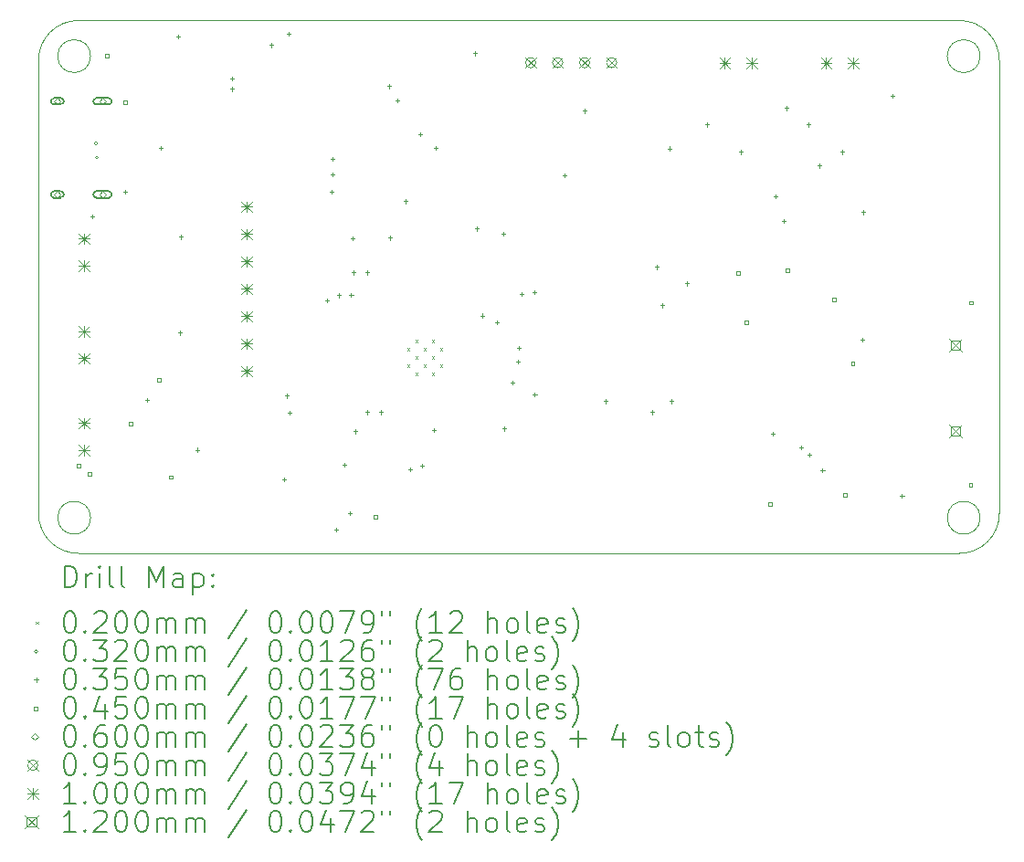
<source format=gbr>
%TF.GenerationSoftware,KiCad,Pcbnew,7.0.1*%
%TF.CreationDate,2023-08-31T11:45:32+03:00*%
%TF.ProjectId,esp32_hotplate_digital,65737033-325f-4686-9f74-706c6174655f,rev?*%
%TF.SameCoordinates,Original*%
%TF.FileFunction,Drillmap*%
%TF.FilePolarity,Positive*%
%FSLAX45Y45*%
G04 Gerber Fmt 4.5, Leading zero omitted, Abs format (unit mm)*
G04 Created by KiCad (PCBNEW 7.0.1) date 2023-08-31 11:45:32*
%MOMM*%
%LPD*%
G01*
G04 APERTURE LIST*
%ADD10C,0.100000*%
%ADD11C,0.200000*%
%ADD12C,0.020000*%
%ADD13C,0.032000*%
%ADD14C,0.035000*%
%ADD15C,0.045000*%
%ADD16C,0.060000*%
%ADD17C,0.095000*%
%ADD18C,0.120000*%
G04 APERTURE END LIST*
D10*
X13070840Y-5461000D02*
G75*
G03*
X13070840Y-5461000I-152400J0D01*
G01*
X4826000Y-5461000D02*
G75*
G03*
X4826000Y-5461000I-152400J0D01*
G01*
X4711700Y-5130800D02*
X12880340Y-5130800D01*
X13070840Y-9740900D02*
G75*
G03*
X13070840Y-9740900I-152400J0D01*
G01*
X12880340Y-10071100D02*
X4711700Y-10071100D01*
X4711700Y-5130800D02*
G75*
G03*
X4343400Y-5499100I0J-368300D01*
G01*
X4343400Y-9702800D02*
X4343400Y-5499100D01*
X13248640Y-5499100D02*
G75*
G03*
X12880340Y-5130800I-368300J0D01*
G01*
X13248640Y-5499100D02*
X13248640Y-9702800D01*
X12880340Y-10071100D02*
G75*
G03*
X13248640Y-9702800I0J368300D01*
G01*
X4343400Y-9702800D02*
G75*
G03*
X4711700Y-10071100I368300J0D01*
G01*
X4826000Y-9740900D02*
G75*
G03*
X4826000Y-9740900I-152400J0D01*
G01*
D11*
D12*
X7762400Y-8168850D02*
X7782400Y-8188850D01*
X7782400Y-8168850D02*
X7762400Y-8188850D01*
X7762400Y-8321350D02*
X7782400Y-8341350D01*
X7782400Y-8321350D02*
X7762400Y-8341350D01*
X7838650Y-8092600D02*
X7858650Y-8112600D01*
X7858650Y-8092600D02*
X7838650Y-8112600D01*
X7838650Y-8245100D02*
X7858650Y-8265100D01*
X7858650Y-8245100D02*
X7838650Y-8265100D01*
X7838650Y-8397600D02*
X7858650Y-8417600D01*
X7858650Y-8397600D02*
X7838650Y-8417600D01*
X7914900Y-8168850D02*
X7934900Y-8188850D01*
X7934900Y-8168850D02*
X7914900Y-8188850D01*
X7914900Y-8321350D02*
X7934900Y-8341350D01*
X7934900Y-8321350D02*
X7914900Y-8341350D01*
X7991150Y-8092600D02*
X8011150Y-8112600D01*
X8011150Y-8092600D02*
X7991150Y-8112600D01*
X7991150Y-8245100D02*
X8011150Y-8265100D01*
X8011150Y-8245100D02*
X7991150Y-8265100D01*
X7991150Y-8397600D02*
X8011150Y-8417600D01*
X8011150Y-8397600D02*
X7991150Y-8417600D01*
X8067400Y-8168850D02*
X8087400Y-8188850D01*
X8087400Y-8168850D02*
X8067400Y-8188850D01*
X8067400Y-8321350D02*
X8087400Y-8341350D01*
X8087400Y-8321350D02*
X8067400Y-8341350D01*
D13*
X4892800Y-6268720D02*
G75*
G03*
X4892800Y-6268720I-16000J0D01*
G01*
X4899487Y-6401733D02*
G75*
G03*
X4899487Y-6401733I-16000J0D01*
G01*
D14*
X4841240Y-6931940D02*
X4841240Y-6966940D01*
X4823740Y-6949440D02*
X4858740Y-6949440D01*
X5143500Y-6700800D02*
X5143500Y-6735800D01*
X5126000Y-6718300D02*
X5161000Y-6718300D01*
X5346700Y-8631200D02*
X5346700Y-8666200D01*
X5329200Y-8648700D02*
X5364200Y-8648700D01*
X5473700Y-6294400D02*
X5473700Y-6329400D01*
X5456200Y-6311900D02*
X5491200Y-6311900D01*
X5636260Y-5263160D02*
X5636260Y-5298160D01*
X5618760Y-5280660D02*
X5653760Y-5280660D01*
X5651500Y-8008900D02*
X5651500Y-8043900D01*
X5634000Y-8026400D02*
X5669000Y-8026400D01*
X5664200Y-7119900D02*
X5664200Y-7154900D01*
X5646700Y-7137400D02*
X5681700Y-7137400D01*
X5816600Y-9093480D02*
X5816600Y-9128480D01*
X5799100Y-9110980D02*
X5834100Y-9110980D01*
X6133353Y-5748300D02*
X6133353Y-5783300D01*
X6115853Y-5765800D02*
X6150853Y-5765800D01*
X6139180Y-5651780D02*
X6139180Y-5686780D01*
X6121680Y-5669280D02*
X6156680Y-5669280D01*
X6501653Y-5341900D02*
X6501653Y-5376900D01*
X6484153Y-5359400D02*
X6519153Y-5359400D01*
X6616700Y-9365260D02*
X6616700Y-9400260D01*
X6599200Y-9382760D02*
X6634200Y-9382760D01*
X6642100Y-8593100D02*
X6642100Y-8628100D01*
X6624600Y-8610600D02*
X6659600Y-8610600D01*
X6659880Y-5235220D02*
X6659880Y-5270220D01*
X6642380Y-5252720D02*
X6677380Y-5252720D01*
X6667500Y-8753120D02*
X6667500Y-8788120D01*
X6650000Y-8770620D02*
X6685000Y-8770620D01*
X7018520Y-7711220D02*
X7018520Y-7746220D01*
X7001020Y-7728720D02*
X7036020Y-7728720D01*
X7061200Y-6698260D02*
X7061200Y-6733260D01*
X7043700Y-6715760D02*
X7078700Y-6715760D01*
X7066280Y-6543320D02*
X7066280Y-6578320D01*
X7048780Y-6560820D02*
X7083780Y-6560820D01*
X7071360Y-6393460D02*
X7071360Y-6428460D01*
X7053860Y-6410960D02*
X7088860Y-6410960D01*
X7100216Y-9835860D02*
X7100216Y-9870860D01*
X7082716Y-9853360D02*
X7117716Y-9853360D01*
X7126175Y-7661985D02*
X7126175Y-7696985D01*
X7108675Y-7679485D02*
X7143675Y-7679485D01*
X7180580Y-9235720D02*
X7180580Y-9270720D01*
X7163080Y-9253220D02*
X7198080Y-9253220D01*
X7227216Y-9683460D02*
X7227216Y-9718460D01*
X7209716Y-9700960D02*
X7244716Y-9700960D01*
X7241540Y-7655840D02*
X7241540Y-7690840D01*
X7224040Y-7673340D02*
X7259040Y-7673340D01*
X7251700Y-7130060D02*
X7251700Y-7165060D01*
X7234200Y-7147560D02*
X7269200Y-7147560D01*
X7264400Y-7450100D02*
X7264400Y-7485100D01*
X7246900Y-7467600D02*
X7281900Y-7467600D01*
X7277100Y-8923300D02*
X7277100Y-8958300D01*
X7259600Y-8940800D02*
X7294600Y-8940800D01*
X7391400Y-7450100D02*
X7391400Y-7485100D01*
X7373900Y-7467600D02*
X7408900Y-7467600D01*
X7391400Y-8745500D02*
X7391400Y-8780500D01*
X7373900Y-8763000D02*
X7408900Y-8763000D01*
X7518400Y-8745500D02*
X7518400Y-8780500D01*
X7500900Y-8763000D02*
X7535900Y-8763000D01*
X7589600Y-5722900D02*
X7589600Y-5757900D01*
X7572100Y-5740400D02*
X7607100Y-5740400D01*
X7603490Y-7128790D02*
X7603490Y-7163790D01*
X7585990Y-7146290D02*
X7620990Y-7146290D01*
X7665720Y-5854980D02*
X7665720Y-5889980D01*
X7648220Y-5872480D02*
X7683220Y-5872480D01*
X7747000Y-6789700D02*
X7747000Y-6824700D01*
X7729500Y-6807200D02*
X7764500Y-6807200D01*
X7785100Y-9273820D02*
X7785100Y-9308820D01*
X7767600Y-9291320D02*
X7802600Y-9291320D01*
X7884160Y-6169940D02*
X7884160Y-6204940D01*
X7866660Y-6187440D02*
X7901660Y-6187440D01*
X7899400Y-9238260D02*
X7899400Y-9273260D01*
X7881900Y-9255760D02*
X7916900Y-9255760D01*
X8011160Y-8908060D02*
X8011160Y-8943060D01*
X7993660Y-8925560D02*
X8028660Y-8925560D01*
X8027183Y-6293616D02*
X8027183Y-6328616D01*
X8009683Y-6311116D02*
X8044683Y-6311116D01*
X8387080Y-5418100D02*
X8387080Y-5453100D01*
X8369580Y-5435600D02*
X8404580Y-5435600D01*
X8404900Y-7043740D02*
X8404900Y-7078740D01*
X8387400Y-7061240D02*
X8422400Y-7061240D01*
X8455660Y-7848880D02*
X8455660Y-7883880D01*
X8438160Y-7866380D02*
X8473160Y-7866380D01*
X8595360Y-7914920D02*
X8595360Y-7949920D01*
X8577860Y-7932420D02*
X8612860Y-7932420D01*
X8651240Y-7091960D02*
X8651240Y-7126960D01*
X8633740Y-7109460D02*
X8668740Y-7109460D01*
X8661400Y-8897900D02*
X8661400Y-8932900D01*
X8643900Y-8915400D02*
X8678900Y-8915400D01*
X8737600Y-8473720D02*
X8737600Y-8508720D01*
X8720100Y-8491220D02*
X8755100Y-8491220D01*
X8788400Y-8275600D02*
X8788400Y-8310600D01*
X8770900Y-8293100D02*
X8805900Y-8293100D01*
X8796020Y-8151140D02*
X8796020Y-8186140D01*
X8778520Y-8168640D02*
X8813520Y-8168640D01*
X8823960Y-7650760D02*
X8823960Y-7685760D01*
X8806460Y-7668260D02*
X8841460Y-7668260D01*
X8938260Y-7630440D02*
X8938260Y-7665440D01*
X8920760Y-7647940D02*
X8955760Y-7647940D01*
X8943340Y-8580400D02*
X8943340Y-8615400D01*
X8925840Y-8597900D02*
X8960840Y-8597900D01*
X9215120Y-6550940D02*
X9215120Y-6585940D01*
X9197620Y-6568440D02*
X9232620Y-6568440D01*
X9404600Y-5951500D02*
X9404600Y-5986500D01*
X9387100Y-5969000D02*
X9422100Y-5969000D01*
X9601200Y-8643900D02*
X9601200Y-8678900D01*
X9583700Y-8661400D02*
X9618700Y-8661400D01*
X10033000Y-8745500D02*
X10033000Y-8780500D01*
X10015500Y-8763000D02*
X10050500Y-8763000D01*
X10071100Y-7399300D02*
X10071100Y-7434300D01*
X10053600Y-7416800D02*
X10088600Y-7416800D01*
X10121900Y-7754900D02*
X10121900Y-7789900D01*
X10104400Y-7772400D02*
X10139400Y-7772400D01*
X10195560Y-6299480D02*
X10195560Y-6334480D01*
X10178060Y-6316980D02*
X10213060Y-6316980D01*
X10210800Y-8643900D02*
X10210800Y-8678900D01*
X10193300Y-8661400D02*
X10228300Y-8661400D01*
X10350500Y-7551700D02*
X10350500Y-7586700D01*
X10333000Y-7569200D02*
X10368000Y-7569200D01*
X10541000Y-6078500D02*
X10541000Y-6113500D01*
X10523500Y-6096000D02*
X10558500Y-6096000D01*
X10852400Y-6332500D02*
X10852400Y-6367500D01*
X10834900Y-6350000D02*
X10869900Y-6350000D01*
X11145520Y-8946160D02*
X11145520Y-8981160D01*
X11128020Y-8963660D02*
X11163020Y-8963660D01*
X11170920Y-6740150D02*
X11170920Y-6775150D01*
X11153420Y-6757650D02*
X11188420Y-6757650D01*
X11247120Y-6970040D02*
X11247120Y-7005040D01*
X11229620Y-6987540D02*
X11264620Y-6987540D01*
X11277600Y-5926100D02*
X11277600Y-5961100D01*
X11260100Y-5943600D02*
X11295100Y-5943600D01*
X11408410Y-9071890D02*
X11408410Y-9106890D01*
X11390910Y-9089390D02*
X11425910Y-9089390D01*
X11480800Y-6078500D02*
X11480800Y-6113500D01*
X11463300Y-6096000D02*
X11498300Y-6096000D01*
X11490960Y-9139200D02*
X11490960Y-9174200D01*
X11473460Y-9156700D02*
X11508460Y-9156700D01*
X11582400Y-6459500D02*
X11582400Y-6494500D01*
X11564900Y-6477000D02*
X11599900Y-6477000D01*
X11610340Y-9286520D02*
X11610340Y-9321520D01*
X11592840Y-9304020D02*
X11627840Y-9304020D01*
X11792200Y-6332500D02*
X11792200Y-6367500D01*
X11774700Y-6350000D02*
X11809700Y-6350000D01*
X11981180Y-8069860D02*
X11981180Y-8104860D01*
X11963680Y-8087360D02*
X11998680Y-8087360D01*
X11988800Y-6891300D02*
X11988800Y-6926300D01*
X11971300Y-6908800D02*
X12006300Y-6908800D01*
X12255500Y-5811800D02*
X12255500Y-5846800D01*
X12238000Y-5829300D02*
X12273000Y-5829300D01*
X12346940Y-9520200D02*
X12346940Y-9555200D01*
X12329440Y-9537700D02*
X12364440Y-9537700D01*
D15*
X4727610Y-9276750D02*
X4727610Y-9244930D01*
X4695790Y-9244930D01*
X4695790Y-9276750D01*
X4727610Y-9276750D01*
X4829210Y-9347870D02*
X4829210Y-9316050D01*
X4797390Y-9316050D01*
X4797390Y-9347870D01*
X4829210Y-9347870D01*
X4994310Y-5471830D02*
X4994310Y-5440010D01*
X4962490Y-5440010D01*
X4962490Y-5471830D01*
X4994310Y-5471830D01*
X5164490Y-5906170D02*
X5164490Y-5874350D01*
X5132670Y-5874350D01*
X5132670Y-5906170D01*
X5164490Y-5906170D01*
X5215290Y-8883050D02*
X5215290Y-8851230D01*
X5183470Y-8851230D01*
X5183470Y-8883050D01*
X5215290Y-8883050D01*
X5472810Y-8478210D02*
X5472810Y-8446390D01*
X5440990Y-8446390D01*
X5440990Y-8478210D01*
X5472810Y-8478210D01*
X5583590Y-9380890D02*
X5583590Y-9349070D01*
X5551770Y-9349070D01*
X5551770Y-9380890D01*
X5583590Y-9380890D01*
X7480970Y-9751730D02*
X7480970Y-9719910D01*
X7449150Y-9719910D01*
X7449150Y-9751730D01*
X7480970Y-9751730D01*
X10841390Y-7488590D02*
X10841390Y-7456770D01*
X10809570Y-7456770D01*
X10809570Y-7488590D01*
X10841390Y-7488590D01*
X10922670Y-7945790D02*
X10922670Y-7913970D01*
X10890850Y-7913970D01*
X10890850Y-7945790D01*
X10922670Y-7945790D01*
X11141110Y-9629810D02*
X11141110Y-9597990D01*
X11109290Y-9597990D01*
X11109290Y-9629810D01*
X11141110Y-9629810D01*
X11300660Y-7462250D02*
X11300660Y-7430430D01*
X11268840Y-7430430D01*
X11268840Y-7462250D01*
X11300660Y-7462250D01*
X11732930Y-7735470D02*
X11732930Y-7703650D01*
X11701110Y-7703650D01*
X11701110Y-7735470D01*
X11732930Y-7735470D01*
X11831990Y-9548530D02*
X11831990Y-9516710D01*
X11800170Y-9516710D01*
X11800170Y-9548530D01*
X11831990Y-9548530D01*
X11905650Y-8329330D02*
X11905650Y-8297510D01*
X11873830Y-8297510D01*
X11873830Y-8329330D01*
X11905650Y-8329330D01*
X12997850Y-9452010D02*
X12997850Y-9420190D01*
X12966030Y-9420190D01*
X12966030Y-9452010D01*
X12997850Y-9452010D01*
X13004830Y-7763410D02*
X13004830Y-7731590D01*
X12973010Y-7731590D01*
X12973010Y-7763410D01*
X13004830Y-7763410D01*
D16*
X4517680Y-5909900D02*
X4547680Y-5879900D01*
X4517680Y-5849900D01*
X4487680Y-5879900D01*
X4517680Y-5909900D01*
D11*
X4487680Y-5909900D02*
X4547680Y-5909900D01*
X4547680Y-5909900D02*
G75*
G03*
X4547680Y-5849900I0J30000D01*
G01*
X4547680Y-5849900D02*
X4487680Y-5849900D01*
X4487680Y-5849900D02*
G75*
G03*
X4487680Y-5909900I0J-30000D01*
G01*
D16*
X4517680Y-6773900D02*
X4547680Y-6743900D01*
X4517680Y-6713900D01*
X4487680Y-6743900D01*
X4517680Y-6773900D01*
D11*
X4487680Y-6773900D02*
X4547680Y-6773900D01*
X4547680Y-6773900D02*
G75*
G03*
X4547680Y-6713900I0J30000D01*
G01*
X4547680Y-6713900D02*
X4487680Y-6713900D01*
X4487680Y-6713900D02*
G75*
G03*
X4487680Y-6773900I0J-30000D01*
G01*
D16*
X4935680Y-5909900D02*
X4965680Y-5879900D01*
X4935680Y-5849900D01*
X4905680Y-5879900D01*
X4935680Y-5909900D01*
D11*
X4880680Y-5909900D02*
X4990680Y-5909900D01*
X4990680Y-5909900D02*
G75*
G03*
X4990680Y-5849900I0J30000D01*
G01*
X4990680Y-5849900D02*
X4880680Y-5849900D01*
X4880680Y-5849900D02*
G75*
G03*
X4880680Y-5909900I0J-30000D01*
G01*
D16*
X4935680Y-6773900D02*
X4965680Y-6743900D01*
X4935680Y-6713900D01*
X4905680Y-6743900D01*
X4935680Y-6773900D01*
D11*
X4880680Y-6773900D02*
X4990680Y-6773900D01*
X4990680Y-6773900D02*
G75*
G03*
X4990680Y-6713900I0J30000D01*
G01*
X4990680Y-6713900D02*
X4880680Y-6713900D01*
X4880680Y-6713900D02*
G75*
G03*
X4880680Y-6773900I0J-30000D01*
G01*
D17*
X8857740Y-5474460D02*
X8952740Y-5569460D01*
X8952740Y-5474460D02*
X8857740Y-5569460D01*
X8952740Y-5521960D02*
G75*
G03*
X8952740Y-5521960I-47500J0D01*
G01*
X9107740Y-5474460D02*
X9202740Y-5569460D01*
X9202740Y-5474460D02*
X9107740Y-5569460D01*
X9202740Y-5521960D02*
G75*
G03*
X9202740Y-5521960I-47500J0D01*
G01*
X9357740Y-5474460D02*
X9452740Y-5569460D01*
X9452740Y-5474460D02*
X9357740Y-5569460D01*
X9452740Y-5521960D02*
G75*
G03*
X9452740Y-5521960I-47500J0D01*
G01*
X9607740Y-5474460D02*
X9702740Y-5569460D01*
X9702740Y-5474460D02*
X9607740Y-5569460D01*
X9702740Y-5521960D02*
G75*
G03*
X9702740Y-5521960I-47500J0D01*
G01*
D10*
X4712500Y-7104100D02*
X4812500Y-7204100D01*
X4812500Y-7104100D02*
X4712500Y-7204100D01*
X4762500Y-7104100D02*
X4762500Y-7204100D01*
X4712500Y-7154100D02*
X4812500Y-7154100D01*
X4712500Y-7354100D02*
X4812500Y-7454100D01*
X4812500Y-7354100D02*
X4712500Y-7454100D01*
X4762500Y-7354100D02*
X4762500Y-7454100D01*
X4712500Y-7404100D02*
X4812500Y-7404100D01*
X4712500Y-7963700D02*
X4812500Y-8063700D01*
X4812500Y-7963700D02*
X4712500Y-8063700D01*
X4762500Y-7963700D02*
X4762500Y-8063700D01*
X4712500Y-8013700D02*
X4812500Y-8013700D01*
X4712500Y-8213700D02*
X4812500Y-8313700D01*
X4812500Y-8213700D02*
X4712500Y-8313700D01*
X4762500Y-8213700D02*
X4762500Y-8313700D01*
X4712500Y-8263700D02*
X4812500Y-8263700D01*
X4712500Y-8814600D02*
X4812500Y-8914600D01*
X4812500Y-8814600D02*
X4712500Y-8914600D01*
X4762500Y-8814600D02*
X4762500Y-8914600D01*
X4712500Y-8864600D02*
X4812500Y-8864600D01*
X4712500Y-9064600D02*
X4812500Y-9164600D01*
X4812500Y-9064600D02*
X4712500Y-9164600D01*
X4762500Y-9064600D02*
X4762500Y-9164600D01*
X4712500Y-9114600D02*
X4812500Y-9114600D01*
X6223800Y-6808000D02*
X6323800Y-6908000D01*
X6323800Y-6808000D02*
X6223800Y-6908000D01*
X6273800Y-6808000D02*
X6273800Y-6908000D01*
X6223800Y-6858000D02*
X6323800Y-6858000D01*
X6223800Y-7062000D02*
X6323800Y-7162000D01*
X6323800Y-7062000D02*
X6223800Y-7162000D01*
X6273800Y-7062000D02*
X6273800Y-7162000D01*
X6223800Y-7112000D02*
X6323800Y-7112000D01*
X6223800Y-7316000D02*
X6323800Y-7416000D01*
X6323800Y-7316000D02*
X6223800Y-7416000D01*
X6273800Y-7316000D02*
X6273800Y-7416000D01*
X6223800Y-7366000D02*
X6323800Y-7366000D01*
X6223800Y-7570000D02*
X6323800Y-7670000D01*
X6323800Y-7570000D02*
X6223800Y-7670000D01*
X6273800Y-7570000D02*
X6273800Y-7670000D01*
X6223800Y-7620000D02*
X6323800Y-7620000D01*
X6223800Y-7824000D02*
X6323800Y-7924000D01*
X6323800Y-7824000D02*
X6223800Y-7924000D01*
X6273800Y-7824000D02*
X6273800Y-7924000D01*
X6223800Y-7874000D02*
X6323800Y-7874000D01*
X6223800Y-8078000D02*
X6323800Y-8178000D01*
X6323800Y-8078000D02*
X6223800Y-8178000D01*
X6273800Y-8078000D02*
X6273800Y-8178000D01*
X6223800Y-8128000D02*
X6323800Y-8128000D01*
X6223800Y-8332000D02*
X6323800Y-8432000D01*
X6323800Y-8332000D02*
X6223800Y-8432000D01*
X6273800Y-8332000D02*
X6273800Y-8432000D01*
X6223800Y-8382000D02*
X6323800Y-8382000D01*
X10654000Y-5472800D02*
X10754000Y-5572800D01*
X10754000Y-5472800D02*
X10654000Y-5572800D01*
X10704000Y-5472800D02*
X10704000Y-5572800D01*
X10654000Y-5522800D02*
X10754000Y-5522800D01*
X10904000Y-5472800D02*
X11004000Y-5572800D01*
X11004000Y-5472800D02*
X10904000Y-5572800D01*
X10954000Y-5472800D02*
X10954000Y-5572800D01*
X10904000Y-5522800D02*
X11004000Y-5522800D01*
X11593800Y-5474500D02*
X11693800Y-5574500D01*
X11693800Y-5474500D02*
X11593800Y-5574500D01*
X11643800Y-5474500D02*
X11643800Y-5574500D01*
X11593800Y-5524500D02*
X11693800Y-5524500D01*
X11843800Y-5474500D02*
X11943800Y-5574500D01*
X11943800Y-5474500D02*
X11843800Y-5574500D01*
X11893800Y-5474500D02*
X11893800Y-5574500D01*
X11843800Y-5524500D02*
X11943800Y-5524500D01*
D18*
X12779700Y-8078460D02*
X12899700Y-8198460D01*
X12899700Y-8078460D02*
X12779700Y-8198460D01*
X12882127Y-8180887D02*
X12882127Y-8096033D01*
X12797273Y-8096033D01*
X12797273Y-8180887D01*
X12882127Y-8180887D01*
X12779700Y-8878460D02*
X12899700Y-8998460D01*
X12899700Y-8878460D02*
X12779700Y-8998460D01*
X12882127Y-8980887D02*
X12882127Y-8896033D01*
X12797273Y-8896033D01*
X12797273Y-8980887D01*
X12882127Y-8980887D01*
D11*
X4586019Y-10388624D02*
X4586019Y-10188624D01*
X4586019Y-10188624D02*
X4633638Y-10188624D01*
X4633638Y-10188624D02*
X4662210Y-10198148D01*
X4662210Y-10198148D02*
X4681257Y-10217195D01*
X4681257Y-10217195D02*
X4690781Y-10236243D01*
X4690781Y-10236243D02*
X4700305Y-10274338D01*
X4700305Y-10274338D02*
X4700305Y-10302910D01*
X4700305Y-10302910D02*
X4690781Y-10341005D01*
X4690781Y-10341005D02*
X4681257Y-10360052D01*
X4681257Y-10360052D02*
X4662210Y-10379100D01*
X4662210Y-10379100D02*
X4633638Y-10388624D01*
X4633638Y-10388624D02*
X4586019Y-10388624D01*
X4786019Y-10388624D02*
X4786019Y-10255290D01*
X4786019Y-10293386D02*
X4795543Y-10274338D01*
X4795543Y-10274338D02*
X4805067Y-10264814D01*
X4805067Y-10264814D02*
X4824114Y-10255290D01*
X4824114Y-10255290D02*
X4843162Y-10255290D01*
X4909829Y-10388624D02*
X4909829Y-10255290D01*
X4909829Y-10188624D02*
X4900305Y-10198148D01*
X4900305Y-10198148D02*
X4909829Y-10207671D01*
X4909829Y-10207671D02*
X4919352Y-10198148D01*
X4919352Y-10198148D02*
X4909829Y-10188624D01*
X4909829Y-10188624D02*
X4909829Y-10207671D01*
X5033638Y-10388624D02*
X5014590Y-10379100D01*
X5014590Y-10379100D02*
X5005067Y-10360052D01*
X5005067Y-10360052D02*
X5005067Y-10188624D01*
X5138400Y-10388624D02*
X5119352Y-10379100D01*
X5119352Y-10379100D02*
X5109829Y-10360052D01*
X5109829Y-10360052D02*
X5109829Y-10188624D01*
X5366971Y-10388624D02*
X5366971Y-10188624D01*
X5366971Y-10188624D02*
X5433638Y-10331481D01*
X5433638Y-10331481D02*
X5500305Y-10188624D01*
X5500305Y-10188624D02*
X5500305Y-10388624D01*
X5681257Y-10388624D02*
X5681257Y-10283862D01*
X5681257Y-10283862D02*
X5671733Y-10264814D01*
X5671733Y-10264814D02*
X5652686Y-10255290D01*
X5652686Y-10255290D02*
X5614590Y-10255290D01*
X5614590Y-10255290D02*
X5595543Y-10264814D01*
X5681257Y-10379100D02*
X5662209Y-10388624D01*
X5662209Y-10388624D02*
X5614590Y-10388624D01*
X5614590Y-10388624D02*
X5595543Y-10379100D01*
X5595543Y-10379100D02*
X5586019Y-10360052D01*
X5586019Y-10360052D02*
X5586019Y-10341005D01*
X5586019Y-10341005D02*
X5595543Y-10321957D01*
X5595543Y-10321957D02*
X5614590Y-10312433D01*
X5614590Y-10312433D02*
X5662209Y-10312433D01*
X5662209Y-10312433D02*
X5681257Y-10302910D01*
X5776495Y-10255290D02*
X5776495Y-10455290D01*
X5776495Y-10264814D02*
X5795543Y-10255290D01*
X5795543Y-10255290D02*
X5833638Y-10255290D01*
X5833638Y-10255290D02*
X5852686Y-10264814D01*
X5852686Y-10264814D02*
X5862209Y-10274338D01*
X5862209Y-10274338D02*
X5871733Y-10293386D01*
X5871733Y-10293386D02*
X5871733Y-10350529D01*
X5871733Y-10350529D02*
X5862209Y-10369576D01*
X5862209Y-10369576D02*
X5852686Y-10379100D01*
X5852686Y-10379100D02*
X5833638Y-10388624D01*
X5833638Y-10388624D02*
X5795543Y-10388624D01*
X5795543Y-10388624D02*
X5776495Y-10379100D01*
X5957448Y-10369576D02*
X5966971Y-10379100D01*
X5966971Y-10379100D02*
X5957448Y-10388624D01*
X5957448Y-10388624D02*
X5947924Y-10379100D01*
X5947924Y-10379100D02*
X5957448Y-10369576D01*
X5957448Y-10369576D02*
X5957448Y-10388624D01*
X5957448Y-10264814D02*
X5966971Y-10274338D01*
X5966971Y-10274338D02*
X5957448Y-10283862D01*
X5957448Y-10283862D02*
X5947924Y-10274338D01*
X5947924Y-10274338D02*
X5957448Y-10264814D01*
X5957448Y-10264814D02*
X5957448Y-10283862D01*
D12*
X4318400Y-10706100D02*
X4338400Y-10726100D01*
X4338400Y-10706100D02*
X4318400Y-10726100D01*
D11*
X4624114Y-10608624D02*
X4643162Y-10608624D01*
X4643162Y-10608624D02*
X4662210Y-10618148D01*
X4662210Y-10618148D02*
X4671733Y-10627671D01*
X4671733Y-10627671D02*
X4681257Y-10646719D01*
X4681257Y-10646719D02*
X4690781Y-10684814D01*
X4690781Y-10684814D02*
X4690781Y-10732433D01*
X4690781Y-10732433D02*
X4681257Y-10770529D01*
X4681257Y-10770529D02*
X4671733Y-10789576D01*
X4671733Y-10789576D02*
X4662210Y-10799100D01*
X4662210Y-10799100D02*
X4643162Y-10808624D01*
X4643162Y-10808624D02*
X4624114Y-10808624D01*
X4624114Y-10808624D02*
X4605067Y-10799100D01*
X4605067Y-10799100D02*
X4595543Y-10789576D01*
X4595543Y-10789576D02*
X4586019Y-10770529D01*
X4586019Y-10770529D02*
X4576495Y-10732433D01*
X4576495Y-10732433D02*
X4576495Y-10684814D01*
X4576495Y-10684814D02*
X4586019Y-10646719D01*
X4586019Y-10646719D02*
X4595543Y-10627671D01*
X4595543Y-10627671D02*
X4605067Y-10618148D01*
X4605067Y-10618148D02*
X4624114Y-10608624D01*
X4776495Y-10789576D02*
X4786019Y-10799100D01*
X4786019Y-10799100D02*
X4776495Y-10808624D01*
X4776495Y-10808624D02*
X4766971Y-10799100D01*
X4766971Y-10799100D02*
X4776495Y-10789576D01*
X4776495Y-10789576D02*
X4776495Y-10808624D01*
X4862210Y-10627671D02*
X4871733Y-10618148D01*
X4871733Y-10618148D02*
X4890781Y-10608624D01*
X4890781Y-10608624D02*
X4938400Y-10608624D01*
X4938400Y-10608624D02*
X4957448Y-10618148D01*
X4957448Y-10618148D02*
X4966971Y-10627671D01*
X4966971Y-10627671D02*
X4976495Y-10646719D01*
X4976495Y-10646719D02*
X4976495Y-10665767D01*
X4976495Y-10665767D02*
X4966971Y-10694338D01*
X4966971Y-10694338D02*
X4852686Y-10808624D01*
X4852686Y-10808624D02*
X4976495Y-10808624D01*
X5100305Y-10608624D02*
X5119352Y-10608624D01*
X5119352Y-10608624D02*
X5138400Y-10618148D01*
X5138400Y-10618148D02*
X5147924Y-10627671D01*
X5147924Y-10627671D02*
X5157448Y-10646719D01*
X5157448Y-10646719D02*
X5166971Y-10684814D01*
X5166971Y-10684814D02*
X5166971Y-10732433D01*
X5166971Y-10732433D02*
X5157448Y-10770529D01*
X5157448Y-10770529D02*
X5147924Y-10789576D01*
X5147924Y-10789576D02*
X5138400Y-10799100D01*
X5138400Y-10799100D02*
X5119352Y-10808624D01*
X5119352Y-10808624D02*
X5100305Y-10808624D01*
X5100305Y-10808624D02*
X5081257Y-10799100D01*
X5081257Y-10799100D02*
X5071733Y-10789576D01*
X5071733Y-10789576D02*
X5062210Y-10770529D01*
X5062210Y-10770529D02*
X5052686Y-10732433D01*
X5052686Y-10732433D02*
X5052686Y-10684814D01*
X5052686Y-10684814D02*
X5062210Y-10646719D01*
X5062210Y-10646719D02*
X5071733Y-10627671D01*
X5071733Y-10627671D02*
X5081257Y-10618148D01*
X5081257Y-10618148D02*
X5100305Y-10608624D01*
X5290781Y-10608624D02*
X5309829Y-10608624D01*
X5309829Y-10608624D02*
X5328876Y-10618148D01*
X5328876Y-10618148D02*
X5338400Y-10627671D01*
X5338400Y-10627671D02*
X5347924Y-10646719D01*
X5347924Y-10646719D02*
X5357448Y-10684814D01*
X5357448Y-10684814D02*
X5357448Y-10732433D01*
X5357448Y-10732433D02*
X5347924Y-10770529D01*
X5347924Y-10770529D02*
X5338400Y-10789576D01*
X5338400Y-10789576D02*
X5328876Y-10799100D01*
X5328876Y-10799100D02*
X5309829Y-10808624D01*
X5309829Y-10808624D02*
X5290781Y-10808624D01*
X5290781Y-10808624D02*
X5271733Y-10799100D01*
X5271733Y-10799100D02*
X5262210Y-10789576D01*
X5262210Y-10789576D02*
X5252686Y-10770529D01*
X5252686Y-10770529D02*
X5243162Y-10732433D01*
X5243162Y-10732433D02*
X5243162Y-10684814D01*
X5243162Y-10684814D02*
X5252686Y-10646719D01*
X5252686Y-10646719D02*
X5262210Y-10627671D01*
X5262210Y-10627671D02*
X5271733Y-10618148D01*
X5271733Y-10618148D02*
X5290781Y-10608624D01*
X5443162Y-10808624D02*
X5443162Y-10675290D01*
X5443162Y-10694338D02*
X5452686Y-10684814D01*
X5452686Y-10684814D02*
X5471733Y-10675290D01*
X5471733Y-10675290D02*
X5500305Y-10675290D01*
X5500305Y-10675290D02*
X5519352Y-10684814D01*
X5519352Y-10684814D02*
X5528876Y-10703862D01*
X5528876Y-10703862D02*
X5528876Y-10808624D01*
X5528876Y-10703862D02*
X5538400Y-10684814D01*
X5538400Y-10684814D02*
X5557448Y-10675290D01*
X5557448Y-10675290D02*
X5586019Y-10675290D01*
X5586019Y-10675290D02*
X5605067Y-10684814D01*
X5605067Y-10684814D02*
X5614590Y-10703862D01*
X5614590Y-10703862D02*
X5614590Y-10808624D01*
X5709829Y-10808624D02*
X5709829Y-10675290D01*
X5709829Y-10694338D02*
X5719352Y-10684814D01*
X5719352Y-10684814D02*
X5738400Y-10675290D01*
X5738400Y-10675290D02*
X5766971Y-10675290D01*
X5766971Y-10675290D02*
X5786019Y-10684814D01*
X5786019Y-10684814D02*
X5795543Y-10703862D01*
X5795543Y-10703862D02*
X5795543Y-10808624D01*
X5795543Y-10703862D02*
X5805067Y-10684814D01*
X5805067Y-10684814D02*
X5824114Y-10675290D01*
X5824114Y-10675290D02*
X5852686Y-10675290D01*
X5852686Y-10675290D02*
X5871733Y-10684814D01*
X5871733Y-10684814D02*
X5881257Y-10703862D01*
X5881257Y-10703862D02*
X5881257Y-10808624D01*
X6271733Y-10599100D02*
X6100305Y-10856243D01*
X6528876Y-10608624D02*
X6547924Y-10608624D01*
X6547924Y-10608624D02*
X6566972Y-10618148D01*
X6566972Y-10618148D02*
X6576495Y-10627671D01*
X6576495Y-10627671D02*
X6586019Y-10646719D01*
X6586019Y-10646719D02*
X6595543Y-10684814D01*
X6595543Y-10684814D02*
X6595543Y-10732433D01*
X6595543Y-10732433D02*
X6586019Y-10770529D01*
X6586019Y-10770529D02*
X6576495Y-10789576D01*
X6576495Y-10789576D02*
X6566972Y-10799100D01*
X6566972Y-10799100D02*
X6547924Y-10808624D01*
X6547924Y-10808624D02*
X6528876Y-10808624D01*
X6528876Y-10808624D02*
X6509829Y-10799100D01*
X6509829Y-10799100D02*
X6500305Y-10789576D01*
X6500305Y-10789576D02*
X6490781Y-10770529D01*
X6490781Y-10770529D02*
X6481257Y-10732433D01*
X6481257Y-10732433D02*
X6481257Y-10684814D01*
X6481257Y-10684814D02*
X6490781Y-10646719D01*
X6490781Y-10646719D02*
X6500305Y-10627671D01*
X6500305Y-10627671D02*
X6509829Y-10618148D01*
X6509829Y-10618148D02*
X6528876Y-10608624D01*
X6681257Y-10789576D02*
X6690781Y-10799100D01*
X6690781Y-10799100D02*
X6681257Y-10808624D01*
X6681257Y-10808624D02*
X6671733Y-10799100D01*
X6671733Y-10799100D02*
X6681257Y-10789576D01*
X6681257Y-10789576D02*
X6681257Y-10808624D01*
X6814591Y-10608624D02*
X6833638Y-10608624D01*
X6833638Y-10608624D02*
X6852686Y-10618148D01*
X6852686Y-10618148D02*
X6862210Y-10627671D01*
X6862210Y-10627671D02*
X6871733Y-10646719D01*
X6871733Y-10646719D02*
X6881257Y-10684814D01*
X6881257Y-10684814D02*
X6881257Y-10732433D01*
X6881257Y-10732433D02*
X6871733Y-10770529D01*
X6871733Y-10770529D02*
X6862210Y-10789576D01*
X6862210Y-10789576D02*
X6852686Y-10799100D01*
X6852686Y-10799100D02*
X6833638Y-10808624D01*
X6833638Y-10808624D02*
X6814591Y-10808624D01*
X6814591Y-10808624D02*
X6795543Y-10799100D01*
X6795543Y-10799100D02*
X6786019Y-10789576D01*
X6786019Y-10789576D02*
X6776495Y-10770529D01*
X6776495Y-10770529D02*
X6766972Y-10732433D01*
X6766972Y-10732433D02*
X6766972Y-10684814D01*
X6766972Y-10684814D02*
X6776495Y-10646719D01*
X6776495Y-10646719D02*
X6786019Y-10627671D01*
X6786019Y-10627671D02*
X6795543Y-10618148D01*
X6795543Y-10618148D02*
X6814591Y-10608624D01*
X7005067Y-10608624D02*
X7024114Y-10608624D01*
X7024114Y-10608624D02*
X7043162Y-10618148D01*
X7043162Y-10618148D02*
X7052686Y-10627671D01*
X7052686Y-10627671D02*
X7062210Y-10646719D01*
X7062210Y-10646719D02*
X7071733Y-10684814D01*
X7071733Y-10684814D02*
X7071733Y-10732433D01*
X7071733Y-10732433D02*
X7062210Y-10770529D01*
X7062210Y-10770529D02*
X7052686Y-10789576D01*
X7052686Y-10789576D02*
X7043162Y-10799100D01*
X7043162Y-10799100D02*
X7024114Y-10808624D01*
X7024114Y-10808624D02*
X7005067Y-10808624D01*
X7005067Y-10808624D02*
X6986019Y-10799100D01*
X6986019Y-10799100D02*
X6976495Y-10789576D01*
X6976495Y-10789576D02*
X6966972Y-10770529D01*
X6966972Y-10770529D02*
X6957448Y-10732433D01*
X6957448Y-10732433D02*
X6957448Y-10684814D01*
X6957448Y-10684814D02*
X6966972Y-10646719D01*
X6966972Y-10646719D02*
X6976495Y-10627671D01*
X6976495Y-10627671D02*
X6986019Y-10618148D01*
X6986019Y-10618148D02*
X7005067Y-10608624D01*
X7138400Y-10608624D02*
X7271733Y-10608624D01*
X7271733Y-10608624D02*
X7186019Y-10808624D01*
X7357448Y-10808624D02*
X7395543Y-10808624D01*
X7395543Y-10808624D02*
X7414591Y-10799100D01*
X7414591Y-10799100D02*
X7424114Y-10789576D01*
X7424114Y-10789576D02*
X7443162Y-10761005D01*
X7443162Y-10761005D02*
X7452686Y-10722910D01*
X7452686Y-10722910D02*
X7452686Y-10646719D01*
X7452686Y-10646719D02*
X7443162Y-10627671D01*
X7443162Y-10627671D02*
X7433638Y-10618148D01*
X7433638Y-10618148D02*
X7414591Y-10608624D01*
X7414591Y-10608624D02*
X7376495Y-10608624D01*
X7376495Y-10608624D02*
X7357448Y-10618148D01*
X7357448Y-10618148D02*
X7347924Y-10627671D01*
X7347924Y-10627671D02*
X7338400Y-10646719D01*
X7338400Y-10646719D02*
X7338400Y-10694338D01*
X7338400Y-10694338D02*
X7347924Y-10713386D01*
X7347924Y-10713386D02*
X7357448Y-10722910D01*
X7357448Y-10722910D02*
X7376495Y-10732433D01*
X7376495Y-10732433D02*
X7414591Y-10732433D01*
X7414591Y-10732433D02*
X7433638Y-10722910D01*
X7433638Y-10722910D02*
X7443162Y-10713386D01*
X7443162Y-10713386D02*
X7452686Y-10694338D01*
X7528876Y-10608624D02*
X7528876Y-10646719D01*
X7605067Y-10608624D02*
X7605067Y-10646719D01*
X7900305Y-10884814D02*
X7890781Y-10875290D01*
X7890781Y-10875290D02*
X7871734Y-10846719D01*
X7871734Y-10846719D02*
X7862210Y-10827671D01*
X7862210Y-10827671D02*
X7852686Y-10799100D01*
X7852686Y-10799100D02*
X7843162Y-10751481D01*
X7843162Y-10751481D02*
X7843162Y-10713386D01*
X7843162Y-10713386D02*
X7852686Y-10665767D01*
X7852686Y-10665767D02*
X7862210Y-10637195D01*
X7862210Y-10637195D02*
X7871734Y-10618148D01*
X7871734Y-10618148D02*
X7890781Y-10589576D01*
X7890781Y-10589576D02*
X7900305Y-10580052D01*
X8081257Y-10808624D02*
X7966972Y-10808624D01*
X8024114Y-10808624D02*
X8024114Y-10608624D01*
X8024114Y-10608624D02*
X8005067Y-10637195D01*
X8005067Y-10637195D02*
X7986019Y-10656243D01*
X7986019Y-10656243D02*
X7966972Y-10665767D01*
X8157448Y-10627671D02*
X8166972Y-10618148D01*
X8166972Y-10618148D02*
X8186019Y-10608624D01*
X8186019Y-10608624D02*
X8233638Y-10608624D01*
X8233638Y-10608624D02*
X8252686Y-10618148D01*
X8252686Y-10618148D02*
X8262210Y-10627671D01*
X8262210Y-10627671D02*
X8271734Y-10646719D01*
X8271734Y-10646719D02*
X8271734Y-10665767D01*
X8271734Y-10665767D02*
X8262210Y-10694338D01*
X8262210Y-10694338D02*
X8147924Y-10808624D01*
X8147924Y-10808624D02*
X8271734Y-10808624D01*
X8509829Y-10808624D02*
X8509829Y-10608624D01*
X8595543Y-10808624D02*
X8595543Y-10703862D01*
X8595543Y-10703862D02*
X8586019Y-10684814D01*
X8586019Y-10684814D02*
X8566972Y-10675290D01*
X8566972Y-10675290D02*
X8538400Y-10675290D01*
X8538400Y-10675290D02*
X8519353Y-10684814D01*
X8519353Y-10684814D02*
X8509829Y-10694338D01*
X8719353Y-10808624D02*
X8700305Y-10799100D01*
X8700305Y-10799100D02*
X8690781Y-10789576D01*
X8690781Y-10789576D02*
X8681258Y-10770529D01*
X8681258Y-10770529D02*
X8681258Y-10713386D01*
X8681258Y-10713386D02*
X8690781Y-10694338D01*
X8690781Y-10694338D02*
X8700305Y-10684814D01*
X8700305Y-10684814D02*
X8719353Y-10675290D01*
X8719353Y-10675290D02*
X8747924Y-10675290D01*
X8747924Y-10675290D02*
X8766972Y-10684814D01*
X8766972Y-10684814D02*
X8776496Y-10694338D01*
X8776496Y-10694338D02*
X8786019Y-10713386D01*
X8786019Y-10713386D02*
X8786019Y-10770529D01*
X8786019Y-10770529D02*
X8776496Y-10789576D01*
X8776496Y-10789576D02*
X8766972Y-10799100D01*
X8766972Y-10799100D02*
X8747924Y-10808624D01*
X8747924Y-10808624D02*
X8719353Y-10808624D01*
X8900305Y-10808624D02*
X8881258Y-10799100D01*
X8881258Y-10799100D02*
X8871734Y-10780052D01*
X8871734Y-10780052D02*
X8871734Y-10608624D01*
X9052686Y-10799100D02*
X9033639Y-10808624D01*
X9033639Y-10808624D02*
X8995543Y-10808624D01*
X8995543Y-10808624D02*
X8976496Y-10799100D01*
X8976496Y-10799100D02*
X8966972Y-10780052D01*
X8966972Y-10780052D02*
X8966972Y-10703862D01*
X8966972Y-10703862D02*
X8976496Y-10684814D01*
X8976496Y-10684814D02*
X8995543Y-10675290D01*
X8995543Y-10675290D02*
X9033639Y-10675290D01*
X9033639Y-10675290D02*
X9052686Y-10684814D01*
X9052686Y-10684814D02*
X9062210Y-10703862D01*
X9062210Y-10703862D02*
X9062210Y-10722910D01*
X9062210Y-10722910D02*
X8966972Y-10741957D01*
X9138400Y-10799100D02*
X9157448Y-10808624D01*
X9157448Y-10808624D02*
X9195543Y-10808624D01*
X9195543Y-10808624D02*
X9214591Y-10799100D01*
X9214591Y-10799100D02*
X9224115Y-10780052D01*
X9224115Y-10780052D02*
X9224115Y-10770529D01*
X9224115Y-10770529D02*
X9214591Y-10751481D01*
X9214591Y-10751481D02*
X9195543Y-10741957D01*
X9195543Y-10741957D02*
X9166972Y-10741957D01*
X9166972Y-10741957D02*
X9147924Y-10732433D01*
X9147924Y-10732433D02*
X9138400Y-10713386D01*
X9138400Y-10713386D02*
X9138400Y-10703862D01*
X9138400Y-10703862D02*
X9147924Y-10684814D01*
X9147924Y-10684814D02*
X9166972Y-10675290D01*
X9166972Y-10675290D02*
X9195543Y-10675290D01*
X9195543Y-10675290D02*
X9214591Y-10684814D01*
X9290781Y-10884814D02*
X9300305Y-10875290D01*
X9300305Y-10875290D02*
X9319353Y-10846719D01*
X9319353Y-10846719D02*
X9328877Y-10827671D01*
X9328877Y-10827671D02*
X9338400Y-10799100D01*
X9338400Y-10799100D02*
X9347924Y-10751481D01*
X9347924Y-10751481D02*
X9347924Y-10713386D01*
X9347924Y-10713386D02*
X9338400Y-10665767D01*
X9338400Y-10665767D02*
X9328877Y-10637195D01*
X9328877Y-10637195D02*
X9319353Y-10618148D01*
X9319353Y-10618148D02*
X9300305Y-10589576D01*
X9300305Y-10589576D02*
X9290781Y-10580052D01*
D13*
X4338400Y-10980100D02*
G75*
G03*
X4338400Y-10980100I-16000J0D01*
G01*
D11*
X4624114Y-10872624D02*
X4643162Y-10872624D01*
X4643162Y-10872624D02*
X4662210Y-10882148D01*
X4662210Y-10882148D02*
X4671733Y-10891671D01*
X4671733Y-10891671D02*
X4681257Y-10910719D01*
X4681257Y-10910719D02*
X4690781Y-10948814D01*
X4690781Y-10948814D02*
X4690781Y-10996433D01*
X4690781Y-10996433D02*
X4681257Y-11034529D01*
X4681257Y-11034529D02*
X4671733Y-11053576D01*
X4671733Y-11053576D02*
X4662210Y-11063100D01*
X4662210Y-11063100D02*
X4643162Y-11072624D01*
X4643162Y-11072624D02*
X4624114Y-11072624D01*
X4624114Y-11072624D02*
X4605067Y-11063100D01*
X4605067Y-11063100D02*
X4595543Y-11053576D01*
X4595543Y-11053576D02*
X4586019Y-11034529D01*
X4586019Y-11034529D02*
X4576495Y-10996433D01*
X4576495Y-10996433D02*
X4576495Y-10948814D01*
X4576495Y-10948814D02*
X4586019Y-10910719D01*
X4586019Y-10910719D02*
X4595543Y-10891671D01*
X4595543Y-10891671D02*
X4605067Y-10882148D01*
X4605067Y-10882148D02*
X4624114Y-10872624D01*
X4776495Y-11053576D02*
X4786019Y-11063100D01*
X4786019Y-11063100D02*
X4776495Y-11072624D01*
X4776495Y-11072624D02*
X4766971Y-11063100D01*
X4766971Y-11063100D02*
X4776495Y-11053576D01*
X4776495Y-11053576D02*
X4776495Y-11072624D01*
X4852686Y-10872624D02*
X4976495Y-10872624D01*
X4976495Y-10872624D02*
X4909829Y-10948814D01*
X4909829Y-10948814D02*
X4938400Y-10948814D01*
X4938400Y-10948814D02*
X4957448Y-10958338D01*
X4957448Y-10958338D02*
X4966971Y-10967862D01*
X4966971Y-10967862D02*
X4976495Y-10986910D01*
X4976495Y-10986910D02*
X4976495Y-11034529D01*
X4976495Y-11034529D02*
X4966971Y-11053576D01*
X4966971Y-11053576D02*
X4957448Y-11063100D01*
X4957448Y-11063100D02*
X4938400Y-11072624D01*
X4938400Y-11072624D02*
X4881257Y-11072624D01*
X4881257Y-11072624D02*
X4862210Y-11063100D01*
X4862210Y-11063100D02*
X4852686Y-11053576D01*
X5052686Y-10891671D02*
X5062210Y-10882148D01*
X5062210Y-10882148D02*
X5081257Y-10872624D01*
X5081257Y-10872624D02*
X5128876Y-10872624D01*
X5128876Y-10872624D02*
X5147924Y-10882148D01*
X5147924Y-10882148D02*
X5157448Y-10891671D01*
X5157448Y-10891671D02*
X5166971Y-10910719D01*
X5166971Y-10910719D02*
X5166971Y-10929767D01*
X5166971Y-10929767D02*
X5157448Y-10958338D01*
X5157448Y-10958338D02*
X5043162Y-11072624D01*
X5043162Y-11072624D02*
X5166971Y-11072624D01*
X5290781Y-10872624D02*
X5309829Y-10872624D01*
X5309829Y-10872624D02*
X5328876Y-10882148D01*
X5328876Y-10882148D02*
X5338400Y-10891671D01*
X5338400Y-10891671D02*
X5347924Y-10910719D01*
X5347924Y-10910719D02*
X5357448Y-10948814D01*
X5357448Y-10948814D02*
X5357448Y-10996433D01*
X5357448Y-10996433D02*
X5347924Y-11034529D01*
X5347924Y-11034529D02*
X5338400Y-11053576D01*
X5338400Y-11053576D02*
X5328876Y-11063100D01*
X5328876Y-11063100D02*
X5309829Y-11072624D01*
X5309829Y-11072624D02*
X5290781Y-11072624D01*
X5290781Y-11072624D02*
X5271733Y-11063100D01*
X5271733Y-11063100D02*
X5262210Y-11053576D01*
X5262210Y-11053576D02*
X5252686Y-11034529D01*
X5252686Y-11034529D02*
X5243162Y-10996433D01*
X5243162Y-10996433D02*
X5243162Y-10948814D01*
X5243162Y-10948814D02*
X5252686Y-10910719D01*
X5252686Y-10910719D02*
X5262210Y-10891671D01*
X5262210Y-10891671D02*
X5271733Y-10882148D01*
X5271733Y-10882148D02*
X5290781Y-10872624D01*
X5443162Y-11072624D02*
X5443162Y-10939290D01*
X5443162Y-10958338D02*
X5452686Y-10948814D01*
X5452686Y-10948814D02*
X5471733Y-10939290D01*
X5471733Y-10939290D02*
X5500305Y-10939290D01*
X5500305Y-10939290D02*
X5519352Y-10948814D01*
X5519352Y-10948814D02*
X5528876Y-10967862D01*
X5528876Y-10967862D02*
X5528876Y-11072624D01*
X5528876Y-10967862D02*
X5538400Y-10948814D01*
X5538400Y-10948814D02*
X5557448Y-10939290D01*
X5557448Y-10939290D02*
X5586019Y-10939290D01*
X5586019Y-10939290D02*
X5605067Y-10948814D01*
X5605067Y-10948814D02*
X5614590Y-10967862D01*
X5614590Y-10967862D02*
X5614590Y-11072624D01*
X5709829Y-11072624D02*
X5709829Y-10939290D01*
X5709829Y-10958338D02*
X5719352Y-10948814D01*
X5719352Y-10948814D02*
X5738400Y-10939290D01*
X5738400Y-10939290D02*
X5766971Y-10939290D01*
X5766971Y-10939290D02*
X5786019Y-10948814D01*
X5786019Y-10948814D02*
X5795543Y-10967862D01*
X5795543Y-10967862D02*
X5795543Y-11072624D01*
X5795543Y-10967862D02*
X5805067Y-10948814D01*
X5805067Y-10948814D02*
X5824114Y-10939290D01*
X5824114Y-10939290D02*
X5852686Y-10939290D01*
X5852686Y-10939290D02*
X5871733Y-10948814D01*
X5871733Y-10948814D02*
X5881257Y-10967862D01*
X5881257Y-10967862D02*
X5881257Y-11072624D01*
X6271733Y-10863100D02*
X6100305Y-11120243D01*
X6528876Y-10872624D02*
X6547924Y-10872624D01*
X6547924Y-10872624D02*
X6566972Y-10882148D01*
X6566972Y-10882148D02*
X6576495Y-10891671D01*
X6576495Y-10891671D02*
X6586019Y-10910719D01*
X6586019Y-10910719D02*
X6595543Y-10948814D01*
X6595543Y-10948814D02*
X6595543Y-10996433D01*
X6595543Y-10996433D02*
X6586019Y-11034529D01*
X6586019Y-11034529D02*
X6576495Y-11053576D01*
X6576495Y-11053576D02*
X6566972Y-11063100D01*
X6566972Y-11063100D02*
X6547924Y-11072624D01*
X6547924Y-11072624D02*
X6528876Y-11072624D01*
X6528876Y-11072624D02*
X6509829Y-11063100D01*
X6509829Y-11063100D02*
X6500305Y-11053576D01*
X6500305Y-11053576D02*
X6490781Y-11034529D01*
X6490781Y-11034529D02*
X6481257Y-10996433D01*
X6481257Y-10996433D02*
X6481257Y-10948814D01*
X6481257Y-10948814D02*
X6490781Y-10910719D01*
X6490781Y-10910719D02*
X6500305Y-10891671D01*
X6500305Y-10891671D02*
X6509829Y-10882148D01*
X6509829Y-10882148D02*
X6528876Y-10872624D01*
X6681257Y-11053576D02*
X6690781Y-11063100D01*
X6690781Y-11063100D02*
X6681257Y-11072624D01*
X6681257Y-11072624D02*
X6671733Y-11063100D01*
X6671733Y-11063100D02*
X6681257Y-11053576D01*
X6681257Y-11053576D02*
X6681257Y-11072624D01*
X6814591Y-10872624D02*
X6833638Y-10872624D01*
X6833638Y-10872624D02*
X6852686Y-10882148D01*
X6852686Y-10882148D02*
X6862210Y-10891671D01*
X6862210Y-10891671D02*
X6871733Y-10910719D01*
X6871733Y-10910719D02*
X6881257Y-10948814D01*
X6881257Y-10948814D02*
X6881257Y-10996433D01*
X6881257Y-10996433D02*
X6871733Y-11034529D01*
X6871733Y-11034529D02*
X6862210Y-11053576D01*
X6862210Y-11053576D02*
X6852686Y-11063100D01*
X6852686Y-11063100D02*
X6833638Y-11072624D01*
X6833638Y-11072624D02*
X6814591Y-11072624D01*
X6814591Y-11072624D02*
X6795543Y-11063100D01*
X6795543Y-11063100D02*
X6786019Y-11053576D01*
X6786019Y-11053576D02*
X6776495Y-11034529D01*
X6776495Y-11034529D02*
X6766972Y-10996433D01*
X6766972Y-10996433D02*
X6766972Y-10948814D01*
X6766972Y-10948814D02*
X6776495Y-10910719D01*
X6776495Y-10910719D02*
X6786019Y-10891671D01*
X6786019Y-10891671D02*
X6795543Y-10882148D01*
X6795543Y-10882148D02*
X6814591Y-10872624D01*
X7071733Y-11072624D02*
X6957448Y-11072624D01*
X7014591Y-11072624D02*
X7014591Y-10872624D01*
X7014591Y-10872624D02*
X6995543Y-10901195D01*
X6995543Y-10901195D02*
X6976495Y-10920243D01*
X6976495Y-10920243D02*
X6957448Y-10929767D01*
X7147924Y-10891671D02*
X7157448Y-10882148D01*
X7157448Y-10882148D02*
X7176495Y-10872624D01*
X7176495Y-10872624D02*
X7224114Y-10872624D01*
X7224114Y-10872624D02*
X7243162Y-10882148D01*
X7243162Y-10882148D02*
X7252686Y-10891671D01*
X7252686Y-10891671D02*
X7262210Y-10910719D01*
X7262210Y-10910719D02*
X7262210Y-10929767D01*
X7262210Y-10929767D02*
X7252686Y-10958338D01*
X7252686Y-10958338D02*
X7138400Y-11072624D01*
X7138400Y-11072624D02*
X7262210Y-11072624D01*
X7433638Y-10872624D02*
X7395543Y-10872624D01*
X7395543Y-10872624D02*
X7376495Y-10882148D01*
X7376495Y-10882148D02*
X7366972Y-10891671D01*
X7366972Y-10891671D02*
X7347924Y-10920243D01*
X7347924Y-10920243D02*
X7338400Y-10958338D01*
X7338400Y-10958338D02*
X7338400Y-11034529D01*
X7338400Y-11034529D02*
X7347924Y-11053576D01*
X7347924Y-11053576D02*
X7357448Y-11063100D01*
X7357448Y-11063100D02*
X7376495Y-11072624D01*
X7376495Y-11072624D02*
X7414591Y-11072624D01*
X7414591Y-11072624D02*
X7433638Y-11063100D01*
X7433638Y-11063100D02*
X7443162Y-11053576D01*
X7443162Y-11053576D02*
X7452686Y-11034529D01*
X7452686Y-11034529D02*
X7452686Y-10986910D01*
X7452686Y-10986910D02*
X7443162Y-10967862D01*
X7443162Y-10967862D02*
X7433638Y-10958338D01*
X7433638Y-10958338D02*
X7414591Y-10948814D01*
X7414591Y-10948814D02*
X7376495Y-10948814D01*
X7376495Y-10948814D02*
X7357448Y-10958338D01*
X7357448Y-10958338D02*
X7347924Y-10967862D01*
X7347924Y-10967862D02*
X7338400Y-10986910D01*
X7528876Y-10872624D02*
X7528876Y-10910719D01*
X7605067Y-10872624D02*
X7605067Y-10910719D01*
X7900305Y-11148814D02*
X7890781Y-11139290D01*
X7890781Y-11139290D02*
X7871734Y-11110719D01*
X7871734Y-11110719D02*
X7862210Y-11091671D01*
X7862210Y-11091671D02*
X7852686Y-11063100D01*
X7852686Y-11063100D02*
X7843162Y-11015481D01*
X7843162Y-11015481D02*
X7843162Y-10977386D01*
X7843162Y-10977386D02*
X7852686Y-10929767D01*
X7852686Y-10929767D02*
X7862210Y-10901195D01*
X7862210Y-10901195D02*
X7871734Y-10882148D01*
X7871734Y-10882148D02*
X7890781Y-10853576D01*
X7890781Y-10853576D02*
X7900305Y-10844052D01*
X7966972Y-10891671D02*
X7976495Y-10882148D01*
X7976495Y-10882148D02*
X7995543Y-10872624D01*
X7995543Y-10872624D02*
X8043162Y-10872624D01*
X8043162Y-10872624D02*
X8062210Y-10882148D01*
X8062210Y-10882148D02*
X8071734Y-10891671D01*
X8071734Y-10891671D02*
X8081257Y-10910719D01*
X8081257Y-10910719D02*
X8081257Y-10929767D01*
X8081257Y-10929767D02*
X8071734Y-10958338D01*
X8071734Y-10958338D02*
X7957448Y-11072624D01*
X7957448Y-11072624D02*
X8081257Y-11072624D01*
X8319353Y-11072624D02*
X8319353Y-10872624D01*
X8405067Y-11072624D02*
X8405067Y-10967862D01*
X8405067Y-10967862D02*
X8395543Y-10948814D01*
X8395543Y-10948814D02*
X8376496Y-10939290D01*
X8376496Y-10939290D02*
X8347924Y-10939290D01*
X8347924Y-10939290D02*
X8328876Y-10948814D01*
X8328876Y-10948814D02*
X8319353Y-10958338D01*
X8528877Y-11072624D02*
X8509829Y-11063100D01*
X8509829Y-11063100D02*
X8500305Y-11053576D01*
X8500305Y-11053576D02*
X8490781Y-11034529D01*
X8490781Y-11034529D02*
X8490781Y-10977386D01*
X8490781Y-10977386D02*
X8500305Y-10958338D01*
X8500305Y-10958338D02*
X8509829Y-10948814D01*
X8509829Y-10948814D02*
X8528877Y-10939290D01*
X8528877Y-10939290D02*
X8557448Y-10939290D01*
X8557448Y-10939290D02*
X8576496Y-10948814D01*
X8576496Y-10948814D02*
X8586019Y-10958338D01*
X8586019Y-10958338D02*
X8595543Y-10977386D01*
X8595543Y-10977386D02*
X8595543Y-11034529D01*
X8595543Y-11034529D02*
X8586019Y-11053576D01*
X8586019Y-11053576D02*
X8576496Y-11063100D01*
X8576496Y-11063100D02*
X8557448Y-11072624D01*
X8557448Y-11072624D02*
X8528877Y-11072624D01*
X8709829Y-11072624D02*
X8690781Y-11063100D01*
X8690781Y-11063100D02*
X8681258Y-11044052D01*
X8681258Y-11044052D02*
X8681258Y-10872624D01*
X8862210Y-11063100D02*
X8843162Y-11072624D01*
X8843162Y-11072624D02*
X8805067Y-11072624D01*
X8805067Y-11072624D02*
X8786019Y-11063100D01*
X8786019Y-11063100D02*
X8776496Y-11044052D01*
X8776496Y-11044052D02*
X8776496Y-10967862D01*
X8776496Y-10967862D02*
X8786019Y-10948814D01*
X8786019Y-10948814D02*
X8805067Y-10939290D01*
X8805067Y-10939290D02*
X8843162Y-10939290D01*
X8843162Y-10939290D02*
X8862210Y-10948814D01*
X8862210Y-10948814D02*
X8871734Y-10967862D01*
X8871734Y-10967862D02*
X8871734Y-10986910D01*
X8871734Y-10986910D02*
X8776496Y-11005957D01*
X8947924Y-11063100D02*
X8966972Y-11072624D01*
X8966972Y-11072624D02*
X9005067Y-11072624D01*
X9005067Y-11072624D02*
X9024115Y-11063100D01*
X9024115Y-11063100D02*
X9033639Y-11044052D01*
X9033639Y-11044052D02*
X9033639Y-11034529D01*
X9033639Y-11034529D02*
X9024115Y-11015481D01*
X9024115Y-11015481D02*
X9005067Y-11005957D01*
X9005067Y-11005957D02*
X8976496Y-11005957D01*
X8976496Y-11005957D02*
X8957448Y-10996433D01*
X8957448Y-10996433D02*
X8947924Y-10977386D01*
X8947924Y-10977386D02*
X8947924Y-10967862D01*
X8947924Y-10967862D02*
X8957448Y-10948814D01*
X8957448Y-10948814D02*
X8976496Y-10939290D01*
X8976496Y-10939290D02*
X9005067Y-10939290D01*
X9005067Y-10939290D02*
X9024115Y-10948814D01*
X9100305Y-11148814D02*
X9109829Y-11139290D01*
X9109829Y-11139290D02*
X9128877Y-11110719D01*
X9128877Y-11110719D02*
X9138400Y-11091671D01*
X9138400Y-11091671D02*
X9147924Y-11063100D01*
X9147924Y-11063100D02*
X9157448Y-11015481D01*
X9157448Y-11015481D02*
X9157448Y-10977386D01*
X9157448Y-10977386D02*
X9147924Y-10929767D01*
X9147924Y-10929767D02*
X9138400Y-10901195D01*
X9138400Y-10901195D02*
X9128877Y-10882148D01*
X9128877Y-10882148D02*
X9109829Y-10853576D01*
X9109829Y-10853576D02*
X9100305Y-10844052D01*
D14*
X4320900Y-11226600D02*
X4320900Y-11261600D01*
X4303400Y-11244100D02*
X4338400Y-11244100D01*
D11*
X4624114Y-11136624D02*
X4643162Y-11136624D01*
X4643162Y-11136624D02*
X4662210Y-11146148D01*
X4662210Y-11146148D02*
X4671733Y-11155671D01*
X4671733Y-11155671D02*
X4681257Y-11174719D01*
X4681257Y-11174719D02*
X4690781Y-11212814D01*
X4690781Y-11212814D02*
X4690781Y-11260433D01*
X4690781Y-11260433D02*
X4681257Y-11298528D01*
X4681257Y-11298528D02*
X4671733Y-11317576D01*
X4671733Y-11317576D02*
X4662210Y-11327100D01*
X4662210Y-11327100D02*
X4643162Y-11336624D01*
X4643162Y-11336624D02*
X4624114Y-11336624D01*
X4624114Y-11336624D02*
X4605067Y-11327100D01*
X4605067Y-11327100D02*
X4595543Y-11317576D01*
X4595543Y-11317576D02*
X4586019Y-11298528D01*
X4586019Y-11298528D02*
X4576495Y-11260433D01*
X4576495Y-11260433D02*
X4576495Y-11212814D01*
X4576495Y-11212814D02*
X4586019Y-11174719D01*
X4586019Y-11174719D02*
X4595543Y-11155671D01*
X4595543Y-11155671D02*
X4605067Y-11146148D01*
X4605067Y-11146148D02*
X4624114Y-11136624D01*
X4776495Y-11317576D02*
X4786019Y-11327100D01*
X4786019Y-11327100D02*
X4776495Y-11336624D01*
X4776495Y-11336624D02*
X4766971Y-11327100D01*
X4766971Y-11327100D02*
X4776495Y-11317576D01*
X4776495Y-11317576D02*
X4776495Y-11336624D01*
X4852686Y-11136624D02*
X4976495Y-11136624D01*
X4976495Y-11136624D02*
X4909829Y-11212814D01*
X4909829Y-11212814D02*
X4938400Y-11212814D01*
X4938400Y-11212814D02*
X4957448Y-11222338D01*
X4957448Y-11222338D02*
X4966971Y-11231862D01*
X4966971Y-11231862D02*
X4976495Y-11250909D01*
X4976495Y-11250909D02*
X4976495Y-11298528D01*
X4976495Y-11298528D02*
X4966971Y-11317576D01*
X4966971Y-11317576D02*
X4957448Y-11327100D01*
X4957448Y-11327100D02*
X4938400Y-11336624D01*
X4938400Y-11336624D02*
X4881257Y-11336624D01*
X4881257Y-11336624D02*
X4862210Y-11327100D01*
X4862210Y-11327100D02*
X4852686Y-11317576D01*
X5157448Y-11136624D02*
X5062210Y-11136624D01*
X5062210Y-11136624D02*
X5052686Y-11231862D01*
X5052686Y-11231862D02*
X5062210Y-11222338D01*
X5062210Y-11222338D02*
X5081257Y-11212814D01*
X5081257Y-11212814D02*
X5128876Y-11212814D01*
X5128876Y-11212814D02*
X5147924Y-11222338D01*
X5147924Y-11222338D02*
X5157448Y-11231862D01*
X5157448Y-11231862D02*
X5166971Y-11250909D01*
X5166971Y-11250909D02*
X5166971Y-11298528D01*
X5166971Y-11298528D02*
X5157448Y-11317576D01*
X5157448Y-11317576D02*
X5147924Y-11327100D01*
X5147924Y-11327100D02*
X5128876Y-11336624D01*
X5128876Y-11336624D02*
X5081257Y-11336624D01*
X5081257Y-11336624D02*
X5062210Y-11327100D01*
X5062210Y-11327100D02*
X5052686Y-11317576D01*
X5290781Y-11136624D02*
X5309829Y-11136624D01*
X5309829Y-11136624D02*
X5328876Y-11146148D01*
X5328876Y-11146148D02*
X5338400Y-11155671D01*
X5338400Y-11155671D02*
X5347924Y-11174719D01*
X5347924Y-11174719D02*
X5357448Y-11212814D01*
X5357448Y-11212814D02*
X5357448Y-11260433D01*
X5357448Y-11260433D02*
X5347924Y-11298528D01*
X5347924Y-11298528D02*
X5338400Y-11317576D01*
X5338400Y-11317576D02*
X5328876Y-11327100D01*
X5328876Y-11327100D02*
X5309829Y-11336624D01*
X5309829Y-11336624D02*
X5290781Y-11336624D01*
X5290781Y-11336624D02*
X5271733Y-11327100D01*
X5271733Y-11327100D02*
X5262210Y-11317576D01*
X5262210Y-11317576D02*
X5252686Y-11298528D01*
X5252686Y-11298528D02*
X5243162Y-11260433D01*
X5243162Y-11260433D02*
X5243162Y-11212814D01*
X5243162Y-11212814D02*
X5252686Y-11174719D01*
X5252686Y-11174719D02*
X5262210Y-11155671D01*
X5262210Y-11155671D02*
X5271733Y-11146148D01*
X5271733Y-11146148D02*
X5290781Y-11136624D01*
X5443162Y-11336624D02*
X5443162Y-11203290D01*
X5443162Y-11222338D02*
X5452686Y-11212814D01*
X5452686Y-11212814D02*
X5471733Y-11203290D01*
X5471733Y-11203290D02*
X5500305Y-11203290D01*
X5500305Y-11203290D02*
X5519352Y-11212814D01*
X5519352Y-11212814D02*
X5528876Y-11231862D01*
X5528876Y-11231862D02*
X5528876Y-11336624D01*
X5528876Y-11231862D02*
X5538400Y-11212814D01*
X5538400Y-11212814D02*
X5557448Y-11203290D01*
X5557448Y-11203290D02*
X5586019Y-11203290D01*
X5586019Y-11203290D02*
X5605067Y-11212814D01*
X5605067Y-11212814D02*
X5614590Y-11231862D01*
X5614590Y-11231862D02*
X5614590Y-11336624D01*
X5709829Y-11336624D02*
X5709829Y-11203290D01*
X5709829Y-11222338D02*
X5719352Y-11212814D01*
X5719352Y-11212814D02*
X5738400Y-11203290D01*
X5738400Y-11203290D02*
X5766971Y-11203290D01*
X5766971Y-11203290D02*
X5786019Y-11212814D01*
X5786019Y-11212814D02*
X5795543Y-11231862D01*
X5795543Y-11231862D02*
X5795543Y-11336624D01*
X5795543Y-11231862D02*
X5805067Y-11212814D01*
X5805067Y-11212814D02*
X5824114Y-11203290D01*
X5824114Y-11203290D02*
X5852686Y-11203290D01*
X5852686Y-11203290D02*
X5871733Y-11212814D01*
X5871733Y-11212814D02*
X5881257Y-11231862D01*
X5881257Y-11231862D02*
X5881257Y-11336624D01*
X6271733Y-11127100D02*
X6100305Y-11384243D01*
X6528876Y-11136624D02*
X6547924Y-11136624D01*
X6547924Y-11136624D02*
X6566972Y-11146148D01*
X6566972Y-11146148D02*
X6576495Y-11155671D01*
X6576495Y-11155671D02*
X6586019Y-11174719D01*
X6586019Y-11174719D02*
X6595543Y-11212814D01*
X6595543Y-11212814D02*
X6595543Y-11260433D01*
X6595543Y-11260433D02*
X6586019Y-11298528D01*
X6586019Y-11298528D02*
X6576495Y-11317576D01*
X6576495Y-11317576D02*
X6566972Y-11327100D01*
X6566972Y-11327100D02*
X6547924Y-11336624D01*
X6547924Y-11336624D02*
X6528876Y-11336624D01*
X6528876Y-11336624D02*
X6509829Y-11327100D01*
X6509829Y-11327100D02*
X6500305Y-11317576D01*
X6500305Y-11317576D02*
X6490781Y-11298528D01*
X6490781Y-11298528D02*
X6481257Y-11260433D01*
X6481257Y-11260433D02*
X6481257Y-11212814D01*
X6481257Y-11212814D02*
X6490781Y-11174719D01*
X6490781Y-11174719D02*
X6500305Y-11155671D01*
X6500305Y-11155671D02*
X6509829Y-11146148D01*
X6509829Y-11146148D02*
X6528876Y-11136624D01*
X6681257Y-11317576D02*
X6690781Y-11327100D01*
X6690781Y-11327100D02*
X6681257Y-11336624D01*
X6681257Y-11336624D02*
X6671733Y-11327100D01*
X6671733Y-11327100D02*
X6681257Y-11317576D01*
X6681257Y-11317576D02*
X6681257Y-11336624D01*
X6814591Y-11136624D02*
X6833638Y-11136624D01*
X6833638Y-11136624D02*
X6852686Y-11146148D01*
X6852686Y-11146148D02*
X6862210Y-11155671D01*
X6862210Y-11155671D02*
X6871733Y-11174719D01*
X6871733Y-11174719D02*
X6881257Y-11212814D01*
X6881257Y-11212814D02*
X6881257Y-11260433D01*
X6881257Y-11260433D02*
X6871733Y-11298528D01*
X6871733Y-11298528D02*
X6862210Y-11317576D01*
X6862210Y-11317576D02*
X6852686Y-11327100D01*
X6852686Y-11327100D02*
X6833638Y-11336624D01*
X6833638Y-11336624D02*
X6814591Y-11336624D01*
X6814591Y-11336624D02*
X6795543Y-11327100D01*
X6795543Y-11327100D02*
X6786019Y-11317576D01*
X6786019Y-11317576D02*
X6776495Y-11298528D01*
X6776495Y-11298528D02*
X6766972Y-11260433D01*
X6766972Y-11260433D02*
X6766972Y-11212814D01*
X6766972Y-11212814D02*
X6776495Y-11174719D01*
X6776495Y-11174719D02*
X6786019Y-11155671D01*
X6786019Y-11155671D02*
X6795543Y-11146148D01*
X6795543Y-11146148D02*
X6814591Y-11136624D01*
X7071733Y-11336624D02*
X6957448Y-11336624D01*
X7014591Y-11336624D02*
X7014591Y-11136624D01*
X7014591Y-11136624D02*
X6995543Y-11165195D01*
X6995543Y-11165195D02*
X6976495Y-11184243D01*
X6976495Y-11184243D02*
X6957448Y-11193767D01*
X7138400Y-11136624D02*
X7262210Y-11136624D01*
X7262210Y-11136624D02*
X7195543Y-11212814D01*
X7195543Y-11212814D02*
X7224114Y-11212814D01*
X7224114Y-11212814D02*
X7243162Y-11222338D01*
X7243162Y-11222338D02*
X7252686Y-11231862D01*
X7252686Y-11231862D02*
X7262210Y-11250909D01*
X7262210Y-11250909D02*
X7262210Y-11298528D01*
X7262210Y-11298528D02*
X7252686Y-11317576D01*
X7252686Y-11317576D02*
X7243162Y-11327100D01*
X7243162Y-11327100D02*
X7224114Y-11336624D01*
X7224114Y-11336624D02*
X7166972Y-11336624D01*
X7166972Y-11336624D02*
X7147924Y-11327100D01*
X7147924Y-11327100D02*
X7138400Y-11317576D01*
X7376495Y-11222338D02*
X7357448Y-11212814D01*
X7357448Y-11212814D02*
X7347924Y-11203290D01*
X7347924Y-11203290D02*
X7338400Y-11184243D01*
X7338400Y-11184243D02*
X7338400Y-11174719D01*
X7338400Y-11174719D02*
X7347924Y-11155671D01*
X7347924Y-11155671D02*
X7357448Y-11146148D01*
X7357448Y-11146148D02*
X7376495Y-11136624D01*
X7376495Y-11136624D02*
X7414591Y-11136624D01*
X7414591Y-11136624D02*
X7433638Y-11146148D01*
X7433638Y-11146148D02*
X7443162Y-11155671D01*
X7443162Y-11155671D02*
X7452686Y-11174719D01*
X7452686Y-11174719D02*
X7452686Y-11184243D01*
X7452686Y-11184243D02*
X7443162Y-11203290D01*
X7443162Y-11203290D02*
X7433638Y-11212814D01*
X7433638Y-11212814D02*
X7414591Y-11222338D01*
X7414591Y-11222338D02*
X7376495Y-11222338D01*
X7376495Y-11222338D02*
X7357448Y-11231862D01*
X7357448Y-11231862D02*
X7347924Y-11241386D01*
X7347924Y-11241386D02*
X7338400Y-11260433D01*
X7338400Y-11260433D02*
X7338400Y-11298528D01*
X7338400Y-11298528D02*
X7347924Y-11317576D01*
X7347924Y-11317576D02*
X7357448Y-11327100D01*
X7357448Y-11327100D02*
X7376495Y-11336624D01*
X7376495Y-11336624D02*
X7414591Y-11336624D01*
X7414591Y-11336624D02*
X7433638Y-11327100D01*
X7433638Y-11327100D02*
X7443162Y-11317576D01*
X7443162Y-11317576D02*
X7452686Y-11298528D01*
X7452686Y-11298528D02*
X7452686Y-11260433D01*
X7452686Y-11260433D02*
X7443162Y-11241386D01*
X7443162Y-11241386D02*
X7433638Y-11231862D01*
X7433638Y-11231862D02*
X7414591Y-11222338D01*
X7528876Y-11136624D02*
X7528876Y-11174719D01*
X7605067Y-11136624D02*
X7605067Y-11174719D01*
X7900305Y-11412814D02*
X7890781Y-11403290D01*
X7890781Y-11403290D02*
X7871734Y-11374719D01*
X7871734Y-11374719D02*
X7862210Y-11355671D01*
X7862210Y-11355671D02*
X7852686Y-11327100D01*
X7852686Y-11327100D02*
X7843162Y-11279481D01*
X7843162Y-11279481D02*
X7843162Y-11241386D01*
X7843162Y-11241386D02*
X7852686Y-11193767D01*
X7852686Y-11193767D02*
X7862210Y-11165195D01*
X7862210Y-11165195D02*
X7871734Y-11146148D01*
X7871734Y-11146148D02*
X7890781Y-11117576D01*
X7890781Y-11117576D02*
X7900305Y-11108052D01*
X7957448Y-11136624D02*
X8090781Y-11136624D01*
X8090781Y-11136624D02*
X8005067Y-11336624D01*
X8252686Y-11136624D02*
X8214591Y-11136624D01*
X8214591Y-11136624D02*
X8195543Y-11146148D01*
X8195543Y-11146148D02*
X8186019Y-11155671D01*
X8186019Y-11155671D02*
X8166972Y-11184243D01*
X8166972Y-11184243D02*
X8157448Y-11222338D01*
X8157448Y-11222338D02*
X8157448Y-11298528D01*
X8157448Y-11298528D02*
X8166972Y-11317576D01*
X8166972Y-11317576D02*
X8176495Y-11327100D01*
X8176495Y-11327100D02*
X8195543Y-11336624D01*
X8195543Y-11336624D02*
X8233638Y-11336624D01*
X8233638Y-11336624D02*
X8252686Y-11327100D01*
X8252686Y-11327100D02*
X8262210Y-11317576D01*
X8262210Y-11317576D02*
X8271734Y-11298528D01*
X8271734Y-11298528D02*
X8271734Y-11250909D01*
X8271734Y-11250909D02*
X8262210Y-11231862D01*
X8262210Y-11231862D02*
X8252686Y-11222338D01*
X8252686Y-11222338D02*
X8233638Y-11212814D01*
X8233638Y-11212814D02*
X8195543Y-11212814D01*
X8195543Y-11212814D02*
X8176495Y-11222338D01*
X8176495Y-11222338D02*
X8166972Y-11231862D01*
X8166972Y-11231862D02*
X8157448Y-11250909D01*
X8509829Y-11336624D02*
X8509829Y-11136624D01*
X8595543Y-11336624D02*
X8595543Y-11231862D01*
X8595543Y-11231862D02*
X8586019Y-11212814D01*
X8586019Y-11212814D02*
X8566972Y-11203290D01*
X8566972Y-11203290D02*
X8538400Y-11203290D01*
X8538400Y-11203290D02*
X8519353Y-11212814D01*
X8519353Y-11212814D02*
X8509829Y-11222338D01*
X8719353Y-11336624D02*
X8700305Y-11327100D01*
X8700305Y-11327100D02*
X8690781Y-11317576D01*
X8690781Y-11317576D02*
X8681258Y-11298528D01*
X8681258Y-11298528D02*
X8681258Y-11241386D01*
X8681258Y-11241386D02*
X8690781Y-11222338D01*
X8690781Y-11222338D02*
X8700305Y-11212814D01*
X8700305Y-11212814D02*
X8719353Y-11203290D01*
X8719353Y-11203290D02*
X8747924Y-11203290D01*
X8747924Y-11203290D02*
X8766972Y-11212814D01*
X8766972Y-11212814D02*
X8776496Y-11222338D01*
X8776496Y-11222338D02*
X8786019Y-11241386D01*
X8786019Y-11241386D02*
X8786019Y-11298528D01*
X8786019Y-11298528D02*
X8776496Y-11317576D01*
X8776496Y-11317576D02*
X8766972Y-11327100D01*
X8766972Y-11327100D02*
X8747924Y-11336624D01*
X8747924Y-11336624D02*
X8719353Y-11336624D01*
X8900305Y-11336624D02*
X8881258Y-11327100D01*
X8881258Y-11327100D02*
X8871734Y-11308052D01*
X8871734Y-11308052D02*
X8871734Y-11136624D01*
X9052686Y-11327100D02*
X9033639Y-11336624D01*
X9033639Y-11336624D02*
X8995543Y-11336624D01*
X8995543Y-11336624D02*
X8976496Y-11327100D01*
X8976496Y-11327100D02*
X8966972Y-11308052D01*
X8966972Y-11308052D02*
X8966972Y-11231862D01*
X8966972Y-11231862D02*
X8976496Y-11212814D01*
X8976496Y-11212814D02*
X8995543Y-11203290D01*
X8995543Y-11203290D02*
X9033639Y-11203290D01*
X9033639Y-11203290D02*
X9052686Y-11212814D01*
X9052686Y-11212814D02*
X9062210Y-11231862D01*
X9062210Y-11231862D02*
X9062210Y-11250909D01*
X9062210Y-11250909D02*
X8966972Y-11269957D01*
X9138400Y-11327100D02*
X9157448Y-11336624D01*
X9157448Y-11336624D02*
X9195543Y-11336624D01*
X9195543Y-11336624D02*
X9214591Y-11327100D01*
X9214591Y-11327100D02*
X9224115Y-11308052D01*
X9224115Y-11308052D02*
X9224115Y-11298528D01*
X9224115Y-11298528D02*
X9214591Y-11279481D01*
X9214591Y-11279481D02*
X9195543Y-11269957D01*
X9195543Y-11269957D02*
X9166972Y-11269957D01*
X9166972Y-11269957D02*
X9147924Y-11260433D01*
X9147924Y-11260433D02*
X9138400Y-11241386D01*
X9138400Y-11241386D02*
X9138400Y-11231862D01*
X9138400Y-11231862D02*
X9147924Y-11212814D01*
X9147924Y-11212814D02*
X9166972Y-11203290D01*
X9166972Y-11203290D02*
X9195543Y-11203290D01*
X9195543Y-11203290D02*
X9214591Y-11212814D01*
X9290781Y-11412814D02*
X9300305Y-11403290D01*
X9300305Y-11403290D02*
X9319353Y-11374719D01*
X9319353Y-11374719D02*
X9328877Y-11355671D01*
X9328877Y-11355671D02*
X9338400Y-11327100D01*
X9338400Y-11327100D02*
X9347924Y-11279481D01*
X9347924Y-11279481D02*
X9347924Y-11241386D01*
X9347924Y-11241386D02*
X9338400Y-11193767D01*
X9338400Y-11193767D02*
X9328877Y-11165195D01*
X9328877Y-11165195D02*
X9319353Y-11146148D01*
X9319353Y-11146148D02*
X9300305Y-11117576D01*
X9300305Y-11117576D02*
X9290781Y-11108052D01*
D15*
X4331810Y-11524010D02*
X4331810Y-11492190D01*
X4299990Y-11492190D01*
X4299990Y-11524010D01*
X4331810Y-11524010D01*
D11*
X4624114Y-11400624D02*
X4643162Y-11400624D01*
X4643162Y-11400624D02*
X4662210Y-11410148D01*
X4662210Y-11410148D02*
X4671733Y-11419671D01*
X4671733Y-11419671D02*
X4681257Y-11438719D01*
X4681257Y-11438719D02*
X4690781Y-11476814D01*
X4690781Y-11476814D02*
X4690781Y-11524433D01*
X4690781Y-11524433D02*
X4681257Y-11562528D01*
X4681257Y-11562528D02*
X4671733Y-11581576D01*
X4671733Y-11581576D02*
X4662210Y-11591100D01*
X4662210Y-11591100D02*
X4643162Y-11600624D01*
X4643162Y-11600624D02*
X4624114Y-11600624D01*
X4624114Y-11600624D02*
X4605067Y-11591100D01*
X4605067Y-11591100D02*
X4595543Y-11581576D01*
X4595543Y-11581576D02*
X4586019Y-11562528D01*
X4586019Y-11562528D02*
X4576495Y-11524433D01*
X4576495Y-11524433D02*
X4576495Y-11476814D01*
X4576495Y-11476814D02*
X4586019Y-11438719D01*
X4586019Y-11438719D02*
X4595543Y-11419671D01*
X4595543Y-11419671D02*
X4605067Y-11410148D01*
X4605067Y-11410148D02*
X4624114Y-11400624D01*
X4776495Y-11581576D02*
X4786019Y-11591100D01*
X4786019Y-11591100D02*
X4776495Y-11600624D01*
X4776495Y-11600624D02*
X4766971Y-11591100D01*
X4766971Y-11591100D02*
X4776495Y-11581576D01*
X4776495Y-11581576D02*
X4776495Y-11600624D01*
X4957448Y-11467290D02*
X4957448Y-11600624D01*
X4909829Y-11391100D02*
X4862210Y-11533957D01*
X4862210Y-11533957D02*
X4986019Y-11533957D01*
X5157448Y-11400624D02*
X5062210Y-11400624D01*
X5062210Y-11400624D02*
X5052686Y-11495862D01*
X5052686Y-11495862D02*
X5062210Y-11486338D01*
X5062210Y-11486338D02*
X5081257Y-11476814D01*
X5081257Y-11476814D02*
X5128876Y-11476814D01*
X5128876Y-11476814D02*
X5147924Y-11486338D01*
X5147924Y-11486338D02*
X5157448Y-11495862D01*
X5157448Y-11495862D02*
X5166971Y-11514909D01*
X5166971Y-11514909D02*
X5166971Y-11562528D01*
X5166971Y-11562528D02*
X5157448Y-11581576D01*
X5157448Y-11581576D02*
X5147924Y-11591100D01*
X5147924Y-11591100D02*
X5128876Y-11600624D01*
X5128876Y-11600624D02*
X5081257Y-11600624D01*
X5081257Y-11600624D02*
X5062210Y-11591100D01*
X5062210Y-11591100D02*
X5052686Y-11581576D01*
X5290781Y-11400624D02*
X5309829Y-11400624D01*
X5309829Y-11400624D02*
X5328876Y-11410148D01*
X5328876Y-11410148D02*
X5338400Y-11419671D01*
X5338400Y-11419671D02*
X5347924Y-11438719D01*
X5347924Y-11438719D02*
X5357448Y-11476814D01*
X5357448Y-11476814D02*
X5357448Y-11524433D01*
X5357448Y-11524433D02*
X5347924Y-11562528D01*
X5347924Y-11562528D02*
X5338400Y-11581576D01*
X5338400Y-11581576D02*
X5328876Y-11591100D01*
X5328876Y-11591100D02*
X5309829Y-11600624D01*
X5309829Y-11600624D02*
X5290781Y-11600624D01*
X5290781Y-11600624D02*
X5271733Y-11591100D01*
X5271733Y-11591100D02*
X5262210Y-11581576D01*
X5262210Y-11581576D02*
X5252686Y-11562528D01*
X5252686Y-11562528D02*
X5243162Y-11524433D01*
X5243162Y-11524433D02*
X5243162Y-11476814D01*
X5243162Y-11476814D02*
X5252686Y-11438719D01*
X5252686Y-11438719D02*
X5262210Y-11419671D01*
X5262210Y-11419671D02*
X5271733Y-11410148D01*
X5271733Y-11410148D02*
X5290781Y-11400624D01*
X5443162Y-11600624D02*
X5443162Y-11467290D01*
X5443162Y-11486338D02*
X5452686Y-11476814D01*
X5452686Y-11476814D02*
X5471733Y-11467290D01*
X5471733Y-11467290D02*
X5500305Y-11467290D01*
X5500305Y-11467290D02*
X5519352Y-11476814D01*
X5519352Y-11476814D02*
X5528876Y-11495862D01*
X5528876Y-11495862D02*
X5528876Y-11600624D01*
X5528876Y-11495862D02*
X5538400Y-11476814D01*
X5538400Y-11476814D02*
X5557448Y-11467290D01*
X5557448Y-11467290D02*
X5586019Y-11467290D01*
X5586019Y-11467290D02*
X5605067Y-11476814D01*
X5605067Y-11476814D02*
X5614590Y-11495862D01*
X5614590Y-11495862D02*
X5614590Y-11600624D01*
X5709829Y-11600624D02*
X5709829Y-11467290D01*
X5709829Y-11486338D02*
X5719352Y-11476814D01*
X5719352Y-11476814D02*
X5738400Y-11467290D01*
X5738400Y-11467290D02*
X5766971Y-11467290D01*
X5766971Y-11467290D02*
X5786019Y-11476814D01*
X5786019Y-11476814D02*
X5795543Y-11495862D01*
X5795543Y-11495862D02*
X5795543Y-11600624D01*
X5795543Y-11495862D02*
X5805067Y-11476814D01*
X5805067Y-11476814D02*
X5824114Y-11467290D01*
X5824114Y-11467290D02*
X5852686Y-11467290D01*
X5852686Y-11467290D02*
X5871733Y-11476814D01*
X5871733Y-11476814D02*
X5881257Y-11495862D01*
X5881257Y-11495862D02*
X5881257Y-11600624D01*
X6271733Y-11391100D02*
X6100305Y-11648243D01*
X6528876Y-11400624D02*
X6547924Y-11400624D01*
X6547924Y-11400624D02*
X6566972Y-11410148D01*
X6566972Y-11410148D02*
X6576495Y-11419671D01*
X6576495Y-11419671D02*
X6586019Y-11438719D01*
X6586019Y-11438719D02*
X6595543Y-11476814D01*
X6595543Y-11476814D02*
X6595543Y-11524433D01*
X6595543Y-11524433D02*
X6586019Y-11562528D01*
X6586019Y-11562528D02*
X6576495Y-11581576D01*
X6576495Y-11581576D02*
X6566972Y-11591100D01*
X6566972Y-11591100D02*
X6547924Y-11600624D01*
X6547924Y-11600624D02*
X6528876Y-11600624D01*
X6528876Y-11600624D02*
X6509829Y-11591100D01*
X6509829Y-11591100D02*
X6500305Y-11581576D01*
X6500305Y-11581576D02*
X6490781Y-11562528D01*
X6490781Y-11562528D02*
X6481257Y-11524433D01*
X6481257Y-11524433D02*
X6481257Y-11476814D01*
X6481257Y-11476814D02*
X6490781Y-11438719D01*
X6490781Y-11438719D02*
X6500305Y-11419671D01*
X6500305Y-11419671D02*
X6509829Y-11410148D01*
X6509829Y-11410148D02*
X6528876Y-11400624D01*
X6681257Y-11581576D02*
X6690781Y-11591100D01*
X6690781Y-11591100D02*
X6681257Y-11600624D01*
X6681257Y-11600624D02*
X6671733Y-11591100D01*
X6671733Y-11591100D02*
X6681257Y-11581576D01*
X6681257Y-11581576D02*
X6681257Y-11600624D01*
X6814591Y-11400624D02*
X6833638Y-11400624D01*
X6833638Y-11400624D02*
X6852686Y-11410148D01*
X6852686Y-11410148D02*
X6862210Y-11419671D01*
X6862210Y-11419671D02*
X6871733Y-11438719D01*
X6871733Y-11438719D02*
X6881257Y-11476814D01*
X6881257Y-11476814D02*
X6881257Y-11524433D01*
X6881257Y-11524433D02*
X6871733Y-11562528D01*
X6871733Y-11562528D02*
X6862210Y-11581576D01*
X6862210Y-11581576D02*
X6852686Y-11591100D01*
X6852686Y-11591100D02*
X6833638Y-11600624D01*
X6833638Y-11600624D02*
X6814591Y-11600624D01*
X6814591Y-11600624D02*
X6795543Y-11591100D01*
X6795543Y-11591100D02*
X6786019Y-11581576D01*
X6786019Y-11581576D02*
X6776495Y-11562528D01*
X6776495Y-11562528D02*
X6766972Y-11524433D01*
X6766972Y-11524433D02*
X6766972Y-11476814D01*
X6766972Y-11476814D02*
X6776495Y-11438719D01*
X6776495Y-11438719D02*
X6786019Y-11419671D01*
X6786019Y-11419671D02*
X6795543Y-11410148D01*
X6795543Y-11410148D02*
X6814591Y-11400624D01*
X7071733Y-11600624D02*
X6957448Y-11600624D01*
X7014591Y-11600624D02*
X7014591Y-11400624D01*
X7014591Y-11400624D02*
X6995543Y-11429195D01*
X6995543Y-11429195D02*
X6976495Y-11448243D01*
X6976495Y-11448243D02*
X6957448Y-11457767D01*
X7138400Y-11400624D02*
X7271733Y-11400624D01*
X7271733Y-11400624D02*
X7186019Y-11600624D01*
X7328876Y-11400624D02*
X7462210Y-11400624D01*
X7462210Y-11400624D02*
X7376495Y-11600624D01*
X7528876Y-11400624D02*
X7528876Y-11438719D01*
X7605067Y-11400624D02*
X7605067Y-11438719D01*
X7900305Y-11676814D02*
X7890781Y-11667290D01*
X7890781Y-11667290D02*
X7871734Y-11638719D01*
X7871734Y-11638719D02*
X7862210Y-11619671D01*
X7862210Y-11619671D02*
X7852686Y-11591100D01*
X7852686Y-11591100D02*
X7843162Y-11543481D01*
X7843162Y-11543481D02*
X7843162Y-11505386D01*
X7843162Y-11505386D02*
X7852686Y-11457767D01*
X7852686Y-11457767D02*
X7862210Y-11429195D01*
X7862210Y-11429195D02*
X7871734Y-11410148D01*
X7871734Y-11410148D02*
X7890781Y-11381576D01*
X7890781Y-11381576D02*
X7900305Y-11372052D01*
X8081257Y-11600624D02*
X7966972Y-11600624D01*
X8024114Y-11600624D02*
X8024114Y-11400624D01*
X8024114Y-11400624D02*
X8005067Y-11429195D01*
X8005067Y-11429195D02*
X7986019Y-11448243D01*
X7986019Y-11448243D02*
X7966972Y-11457767D01*
X8147924Y-11400624D02*
X8281257Y-11400624D01*
X8281257Y-11400624D02*
X8195543Y-11600624D01*
X8509829Y-11600624D02*
X8509829Y-11400624D01*
X8595543Y-11600624D02*
X8595543Y-11495862D01*
X8595543Y-11495862D02*
X8586019Y-11476814D01*
X8586019Y-11476814D02*
X8566972Y-11467290D01*
X8566972Y-11467290D02*
X8538400Y-11467290D01*
X8538400Y-11467290D02*
X8519353Y-11476814D01*
X8519353Y-11476814D02*
X8509829Y-11486338D01*
X8719353Y-11600624D02*
X8700305Y-11591100D01*
X8700305Y-11591100D02*
X8690781Y-11581576D01*
X8690781Y-11581576D02*
X8681258Y-11562528D01*
X8681258Y-11562528D02*
X8681258Y-11505386D01*
X8681258Y-11505386D02*
X8690781Y-11486338D01*
X8690781Y-11486338D02*
X8700305Y-11476814D01*
X8700305Y-11476814D02*
X8719353Y-11467290D01*
X8719353Y-11467290D02*
X8747924Y-11467290D01*
X8747924Y-11467290D02*
X8766972Y-11476814D01*
X8766972Y-11476814D02*
X8776496Y-11486338D01*
X8776496Y-11486338D02*
X8786019Y-11505386D01*
X8786019Y-11505386D02*
X8786019Y-11562528D01*
X8786019Y-11562528D02*
X8776496Y-11581576D01*
X8776496Y-11581576D02*
X8766972Y-11591100D01*
X8766972Y-11591100D02*
X8747924Y-11600624D01*
X8747924Y-11600624D02*
X8719353Y-11600624D01*
X8900305Y-11600624D02*
X8881258Y-11591100D01*
X8881258Y-11591100D02*
X8871734Y-11572052D01*
X8871734Y-11572052D02*
X8871734Y-11400624D01*
X9052686Y-11591100D02*
X9033639Y-11600624D01*
X9033639Y-11600624D02*
X8995543Y-11600624D01*
X8995543Y-11600624D02*
X8976496Y-11591100D01*
X8976496Y-11591100D02*
X8966972Y-11572052D01*
X8966972Y-11572052D02*
X8966972Y-11495862D01*
X8966972Y-11495862D02*
X8976496Y-11476814D01*
X8976496Y-11476814D02*
X8995543Y-11467290D01*
X8995543Y-11467290D02*
X9033639Y-11467290D01*
X9033639Y-11467290D02*
X9052686Y-11476814D01*
X9052686Y-11476814D02*
X9062210Y-11495862D01*
X9062210Y-11495862D02*
X9062210Y-11514909D01*
X9062210Y-11514909D02*
X8966972Y-11533957D01*
X9138400Y-11591100D02*
X9157448Y-11600624D01*
X9157448Y-11600624D02*
X9195543Y-11600624D01*
X9195543Y-11600624D02*
X9214591Y-11591100D01*
X9214591Y-11591100D02*
X9224115Y-11572052D01*
X9224115Y-11572052D02*
X9224115Y-11562528D01*
X9224115Y-11562528D02*
X9214591Y-11543481D01*
X9214591Y-11543481D02*
X9195543Y-11533957D01*
X9195543Y-11533957D02*
X9166972Y-11533957D01*
X9166972Y-11533957D02*
X9147924Y-11524433D01*
X9147924Y-11524433D02*
X9138400Y-11505386D01*
X9138400Y-11505386D02*
X9138400Y-11495862D01*
X9138400Y-11495862D02*
X9147924Y-11476814D01*
X9147924Y-11476814D02*
X9166972Y-11467290D01*
X9166972Y-11467290D02*
X9195543Y-11467290D01*
X9195543Y-11467290D02*
X9214591Y-11476814D01*
X9290781Y-11676814D02*
X9300305Y-11667290D01*
X9300305Y-11667290D02*
X9319353Y-11638719D01*
X9319353Y-11638719D02*
X9328877Y-11619671D01*
X9328877Y-11619671D02*
X9338400Y-11591100D01*
X9338400Y-11591100D02*
X9347924Y-11543481D01*
X9347924Y-11543481D02*
X9347924Y-11505386D01*
X9347924Y-11505386D02*
X9338400Y-11457767D01*
X9338400Y-11457767D02*
X9328877Y-11429195D01*
X9328877Y-11429195D02*
X9319353Y-11410148D01*
X9319353Y-11410148D02*
X9300305Y-11381576D01*
X9300305Y-11381576D02*
X9290781Y-11372052D01*
D16*
X4308400Y-11802100D02*
X4338400Y-11772100D01*
X4308400Y-11742100D01*
X4278400Y-11772100D01*
X4308400Y-11802100D01*
D11*
X4624114Y-11664624D02*
X4643162Y-11664624D01*
X4643162Y-11664624D02*
X4662210Y-11674148D01*
X4662210Y-11674148D02*
X4671733Y-11683671D01*
X4671733Y-11683671D02*
X4681257Y-11702719D01*
X4681257Y-11702719D02*
X4690781Y-11740814D01*
X4690781Y-11740814D02*
X4690781Y-11788433D01*
X4690781Y-11788433D02*
X4681257Y-11826528D01*
X4681257Y-11826528D02*
X4671733Y-11845576D01*
X4671733Y-11845576D02*
X4662210Y-11855100D01*
X4662210Y-11855100D02*
X4643162Y-11864624D01*
X4643162Y-11864624D02*
X4624114Y-11864624D01*
X4624114Y-11864624D02*
X4605067Y-11855100D01*
X4605067Y-11855100D02*
X4595543Y-11845576D01*
X4595543Y-11845576D02*
X4586019Y-11826528D01*
X4586019Y-11826528D02*
X4576495Y-11788433D01*
X4576495Y-11788433D02*
X4576495Y-11740814D01*
X4576495Y-11740814D02*
X4586019Y-11702719D01*
X4586019Y-11702719D02*
X4595543Y-11683671D01*
X4595543Y-11683671D02*
X4605067Y-11674148D01*
X4605067Y-11674148D02*
X4624114Y-11664624D01*
X4776495Y-11845576D02*
X4786019Y-11855100D01*
X4786019Y-11855100D02*
X4776495Y-11864624D01*
X4776495Y-11864624D02*
X4766971Y-11855100D01*
X4766971Y-11855100D02*
X4776495Y-11845576D01*
X4776495Y-11845576D02*
X4776495Y-11864624D01*
X4957448Y-11664624D02*
X4919352Y-11664624D01*
X4919352Y-11664624D02*
X4900305Y-11674148D01*
X4900305Y-11674148D02*
X4890781Y-11683671D01*
X4890781Y-11683671D02*
X4871733Y-11712243D01*
X4871733Y-11712243D02*
X4862210Y-11750338D01*
X4862210Y-11750338D02*
X4862210Y-11826528D01*
X4862210Y-11826528D02*
X4871733Y-11845576D01*
X4871733Y-11845576D02*
X4881257Y-11855100D01*
X4881257Y-11855100D02*
X4900305Y-11864624D01*
X4900305Y-11864624D02*
X4938400Y-11864624D01*
X4938400Y-11864624D02*
X4957448Y-11855100D01*
X4957448Y-11855100D02*
X4966971Y-11845576D01*
X4966971Y-11845576D02*
X4976495Y-11826528D01*
X4976495Y-11826528D02*
X4976495Y-11778909D01*
X4976495Y-11778909D02*
X4966971Y-11759862D01*
X4966971Y-11759862D02*
X4957448Y-11750338D01*
X4957448Y-11750338D02*
X4938400Y-11740814D01*
X4938400Y-11740814D02*
X4900305Y-11740814D01*
X4900305Y-11740814D02*
X4881257Y-11750338D01*
X4881257Y-11750338D02*
X4871733Y-11759862D01*
X4871733Y-11759862D02*
X4862210Y-11778909D01*
X5100305Y-11664624D02*
X5119352Y-11664624D01*
X5119352Y-11664624D02*
X5138400Y-11674148D01*
X5138400Y-11674148D02*
X5147924Y-11683671D01*
X5147924Y-11683671D02*
X5157448Y-11702719D01*
X5157448Y-11702719D02*
X5166971Y-11740814D01*
X5166971Y-11740814D02*
X5166971Y-11788433D01*
X5166971Y-11788433D02*
X5157448Y-11826528D01*
X5157448Y-11826528D02*
X5147924Y-11845576D01*
X5147924Y-11845576D02*
X5138400Y-11855100D01*
X5138400Y-11855100D02*
X5119352Y-11864624D01*
X5119352Y-11864624D02*
X5100305Y-11864624D01*
X5100305Y-11864624D02*
X5081257Y-11855100D01*
X5081257Y-11855100D02*
X5071733Y-11845576D01*
X5071733Y-11845576D02*
X5062210Y-11826528D01*
X5062210Y-11826528D02*
X5052686Y-11788433D01*
X5052686Y-11788433D02*
X5052686Y-11740814D01*
X5052686Y-11740814D02*
X5062210Y-11702719D01*
X5062210Y-11702719D02*
X5071733Y-11683671D01*
X5071733Y-11683671D02*
X5081257Y-11674148D01*
X5081257Y-11674148D02*
X5100305Y-11664624D01*
X5290781Y-11664624D02*
X5309829Y-11664624D01*
X5309829Y-11664624D02*
X5328876Y-11674148D01*
X5328876Y-11674148D02*
X5338400Y-11683671D01*
X5338400Y-11683671D02*
X5347924Y-11702719D01*
X5347924Y-11702719D02*
X5357448Y-11740814D01*
X5357448Y-11740814D02*
X5357448Y-11788433D01*
X5357448Y-11788433D02*
X5347924Y-11826528D01*
X5347924Y-11826528D02*
X5338400Y-11845576D01*
X5338400Y-11845576D02*
X5328876Y-11855100D01*
X5328876Y-11855100D02*
X5309829Y-11864624D01*
X5309829Y-11864624D02*
X5290781Y-11864624D01*
X5290781Y-11864624D02*
X5271733Y-11855100D01*
X5271733Y-11855100D02*
X5262210Y-11845576D01*
X5262210Y-11845576D02*
X5252686Y-11826528D01*
X5252686Y-11826528D02*
X5243162Y-11788433D01*
X5243162Y-11788433D02*
X5243162Y-11740814D01*
X5243162Y-11740814D02*
X5252686Y-11702719D01*
X5252686Y-11702719D02*
X5262210Y-11683671D01*
X5262210Y-11683671D02*
X5271733Y-11674148D01*
X5271733Y-11674148D02*
X5290781Y-11664624D01*
X5443162Y-11864624D02*
X5443162Y-11731290D01*
X5443162Y-11750338D02*
X5452686Y-11740814D01*
X5452686Y-11740814D02*
X5471733Y-11731290D01*
X5471733Y-11731290D02*
X5500305Y-11731290D01*
X5500305Y-11731290D02*
X5519352Y-11740814D01*
X5519352Y-11740814D02*
X5528876Y-11759862D01*
X5528876Y-11759862D02*
X5528876Y-11864624D01*
X5528876Y-11759862D02*
X5538400Y-11740814D01*
X5538400Y-11740814D02*
X5557448Y-11731290D01*
X5557448Y-11731290D02*
X5586019Y-11731290D01*
X5586019Y-11731290D02*
X5605067Y-11740814D01*
X5605067Y-11740814D02*
X5614590Y-11759862D01*
X5614590Y-11759862D02*
X5614590Y-11864624D01*
X5709829Y-11864624D02*
X5709829Y-11731290D01*
X5709829Y-11750338D02*
X5719352Y-11740814D01*
X5719352Y-11740814D02*
X5738400Y-11731290D01*
X5738400Y-11731290D02*
X5766971Y-11731290D01*
X5766971Y-11731290D02*
X5786019Y-11740814D01*
X5786019Y-11740814D02*
X5795543Y-11759862D01*
X5795543Y-11759862D02*
X5795543Y-11864624D01*
X5795543Y-11759862D02*
X5805067Y-11740814D01*
X5805067Y-11740814D02*
X5824114Y-11731290D01*
X5824114Y-11731290D02*
X5852686Y-11731290D01*
X5852686Y-11731290D02*
X5871733Y-11740814D01*
X5871733Y-11740814D02*
X5881257Y-11759862D01*
X5881257Y-11759862D02*
X5881257Y-11864624D01*
X6271733Y-11655100D02*
X6100305Y-11912243D01*
X6528876Y-11664624D02*
X6547924Y-11664624D01*
X6547924Y-11664624D02*
X6566972Y-11674148D01*
X6566972Y-11674148D02*
X6576495Y-11683671D01*
X6576495Y-11683671D02*
X6586019Y-11702719D01*
X6586019Y-11702719D02*
X6595543Y-11740814D01*
X6595543Y-11740814D02*
X6595543Y-11788433D01*
X6595543Y-11788433D02*
X6586019Y-11826528D01*
X6586019Y-11826528D02*
X6576495Y-11845576D01*
X6576495Y-11845576D02*
X6566972Y-11855100D01*
X6566972Y-11855100D02*
X6547924Y-11864624D01*
X6547924Y-11864624D02*
X6528876Y-11864624D01*
X6528876Y-11864624D02*
X6509829Y-11855100D01*
X6509829Y-11855100D02*
X6500305Y-11845576D01*
X6500305Y-11845576D02*
X6490781Y-11826528D01*
X6490781Y-11826528D02*
X6481257Y-11788433D01*
X6481257Y-11788433D02*
X6481257Y-11740814D01*
X6481257Y-11740814D02*
X6490781Y-11702719D01*
X6490781Y-11702719D02*
X6500305Y-11683671D01*
X6500305Y-11683671D02*
X6509829Y-11674148D01*
X6509829Y-11674148D02*
X6528876Y-11664624D01*
X6681257Y-11845576D02*
X6690781Y-11855100D01*
X6690781Y-11855100D02*
X6681257Y-11864624D01*
X6681257Y-11864624D02*
X6671733Y-11855100D01*
X6671733Y-11855100D02*
X6681257Y-11845576D01*
X6681257Y-11845576D02*
X6681257Y-11864624D01*
X6814591Y-11664624D02*
X6833638Y-11664624D01*
X6833638Y-11664624D02*
X6852686Y-11674148D01*
X6852686Y-11674148D02*
X6862210Y-11683671D01*
X6862210Y-11683671D02*
X6871733Y-11702719D01*
X6871733Y-11702719D02*
X6881257Y-11740814D01*
X6881257Y-11740814D02*
X6881257Y-11788433D01*
X6881257Y-11788433D02*
X6871733Y-11826528D01*
X6871733Y-11826528D02*
X6862210Y-11845576D01*
X6862210Y-11845576D02*
X6852686Y-11855100D01*
X6852686Y-11855100D02*
X6833638Y-11864624D01*
X6833638Y-11864624D02*
X6814591Y-11864624D01*
X6814591Y-11864624D02*
X6795543Y-11855100D01*
X6795543Y-11855100D02*
X6786019Y-11845576D01*
X6786019Y-11845576D02*
X6776495Y-11826528D01*
X6776495Y-11826528D02*
X6766972Y-11788433D01*
X6766972Y-11788433D02*
X6766972Y-11740814D01*
X6766972Y-11740814D02*
X6776495Y-11702719D01*
X6776495Y-11702719D02*
X6786019Y-11683671D01*
X6786019Y-11683671D02*
X6795543Y-11674148D01*
X6795543Y-11674148D02*
X6814591Y-11664624D01*
X6957448Y-11683671D02*
X6966972Y-11674148D01*
X6966972Y-11674148D02*
X6986019Y-11664624D01*
X6986019Y-11664624D02*
X7033638Y-11664624D01*
X7033638Y-11664624D02*
X7052686Y-11674148D01*
X7052686Y-11674148D02*
X7062210Y-11683671D01*
X7062210Y-11683671D02*
X7071733Y-11702719D01*
X7071733Y-11702719D02*
X7071733Y-11721767D01*
X7071733Y-11721767D02*
X7062210Y-11750338D01*
X7062210Y-11750338D02*
X6947924Y-11864624D01*
X6947924Y-11864624D02*
X7071733Y-11864624D01*
X7138400Y-11664624D02*
X7262210Y-11664624D01*
X7262210Y-11664624D02*
X7195543Y-11740814D01*
X7195543Y-11740814D02*
X7224114Y-11740814D01*
X7224114Y-11740814D02*
X7243162Y-11750338D01*
X7243162Y-11750338D02*
X7252686Y-11759862D01*
X7252686Y-11759862D02*
X7262210Y-11778909D01*
X7262210Y-11778909D02*
X7262210Y-11826528D01*
X7262210Y-11826528D02*
X7252686Y-11845576D01*
X7252686Y-11845576D02*
X7243162Y-11855100D01*
X7243162Y-11855100D02*
X7224114Y-11864624D01*
X7224114Y-11864624D02*
X7166972Y-11864624D01*
X7166972Y-11864624D02*
X7147924Y-11855100D01*
X7147924Y-11855100D02*
X7138400Y-11845576D01*
X7433638Y-11664624D02*
X7395543Y-11664624D01*
X7395543Y-11664624D02*
X7376495Y-11674148D01*
X7376495Y-11674148D02*
X7366972Y-11683671D01*
X7366972Y-11683671D02*
X7347924Y-11712243D01*
X7347924Y-11712243D02*
X7338400Y-11750338D01*
X7338400Y-11750338D02*
X7338400Y-11826528D01*
X7338400Y-11826528D02*
X7347924Y-11845576D01*
X7347924Y-11845576D02*
X7357448Y-11855100D01*
X7357448Y-11855100D02*
X7376495Y-11864624D01*
X7376495Y-11864624D02*
X7414591Y-11864624D01*
X7414591Y-11864624D02*
X7433638Y-11855100D01*
X7433638Y-11855100D02*
X7443162Y-11845576D01*
X7443162Y-11845576D02*
X7452686Y-11826528D01*
X7452686Y-11826528D02*
X7452686Y-11778909D01*
X7452686Y-11778909D02*
X7443162Y-11759862D01*
X7443162Y-11759862D02*
X7433638Y-11750338D01*
X7433638Y-11750338D02*
X7414591Y-11740814D01*
X7414591Y-11740814D02*
X7376495Y-11740814D01*
X7376495Y-11740814D02*
X7357448Y-11750338D01*
X7357448Y-11750338D02*
X7347924Y-11759862D01*
X7347924Y-11759862D02*
X7338400Y-11778909D01*
X7528876Y-11664624D02*
X7528876Y-11702719D01*
X7605067Y-11664624D02*
X7605067Y-11702719D01*
X7900305Y-11940814D02*
X7890781Y-11931290D01*
X7890781Y-11931290D02*
X7871734Y-11902719D01*
X7871734Y-11902719D02*
X7862210Y-11883671D01*
X7862210Y-11883671D02*
X7852686Y-11855100D01*
X7852686Y-11855100D02*
X7843162Y-11807481D01*
X7843162Y-11807481D02*
X7843162Y-11769386D01*
X7843162Y-11769386D02*
X7852686Y-11721767D01*
X7852686Y-11721767D02*
X7862210Y-11693195D01*
X7862210Y-11693195D02*
X7871734Y-11674148D01*
X7871734Y-11674148D02*
X7890781Y-11645576D01*
X7890781Y-11645576D02*
X7900305Y-11636052D01*
X8014591Y-11664624D02*
X8033638Y-11664624D01*
X8033638Y-11664624D02*
X8052686Y-11674148D01*
X8052686Y-11674148D02*
X8062210Y-11683671D01*
X8062210Y-11683671D02*
X8071734Y-11702719D01*
X8071734Y-11702719D02*
X8081257Y-11740814D01*
X8081257Y-11740814D02*
X8081257Y-11788433D01*
X8081257Y-11788433D02*
X8071734Y-11826528D01*
X8071734Y-11826528D02*
X8062210Y-11845576D01*
X8062210Y-11845576D02*
X8052686Y-11855100D01*
X8052686Y-11855100D02*
X8033638Y-11864624D01*
X8033638Y-11864624D02*
X8014591Y-11864624D01*
X8014591Y-11864624D02*
X7995543Y-11855100D01*
X7995543Y-11855100D02*
X7986019Y-11845576D01*
X7986019Y-11845576D02*
X7976495Y-11826528D01*
X7976495Y-11826528D02*
X7966972Y-11788433D01*
X7966972Y-11788433D02*
X7966972Y-11740814D01*
X7966972Y-11740814D02*
X7976495Y-11702719D01*
X7976495Y-11702719D02*
X7986019Y-11683671D01*
X7986019Y-11683671D02*
X7995543Y-11674148D01*
X7995543Y-11674148D02*
X8014591Y-11664624D01*
X8319353Y-11864624D02*
X8319353Y-11664624D01*
X8405067Y-11864624D02*
X8405067Y-11759862D01*
X8405067Y-11759862D02*
X8395543Y-11740814D01*
X8395543Y-11740814D02*
X8376496Y-11731290D01*
X8376496Y-11731290D02*
X8347924Y-11731290D01*
X8347924Y-11731290D02*
X8328876Y-11740814D01*
X8328876Y-11740814D02*
X8319353Y-11750338D01*
X8528877Y-11864624D02*
X8509829Y-11855100D01*
X8509829Y-11855100D02*
X8500305Y-11845576D01*
X8500305Y-11845576D02*
X8490781Y-11826528D01*
X8490781Y-11826528D02*
X8490781Y-11769386D01*
X8490781Y-11769386D02*
X8500305Y-11750338D01*
X8500305Y-11750338D02*
X8509829Y-11740814D01*
X8509829Y-11740814D02*
X8528877Y-11731290D01*
X8528877Y-11731290D02*
X8557448Y-11731290D01*
X8557448Y-11731290D02*
X8576496Y-11740814D01*
X8576496Y-11740814D02*
X8586019Y-11750338D01*
X8586019Y-11750338D02*
X8595543Y-11769386D01*
X8595543Y-11769386D02*
X8595543Y-11826528D01*
X8595543Y-11826528D02*
X8586019Y-11845576D01*
X8586019Y-11845576D02*
X8576496Y-11855100D01*
X8576496Y-11855100D02*
X8557448Y-11864624D01*
X8557448Y-11864624D02*
X8528877Y-11864624D01*
X8709829Y-11864624D02*
X8690781Y-11855100D01*
X8690781Y-11855100D02*
X8681258Y-11836052D01*
X8681258Y-11836052D02*
X8681258Y-11664624D01*
X8862210Y-11855100D02*
X8843162Y-11864624D01*
X8843162Y-11864624D02*
X8805067Y-11864624D01*
X8805067Y-11864624D02*
X8786019Y-11855100D01*
X8786019Y-11855100D02*
X8776496Y-11836052D01*
X8776496Y-11836052D02*
X8776496Y-11759862D01*
X8776496Y-11759862D02*
X8786019Y-11740814D01*
X8786019Y-11740814D02*
X8805067Y-11731290D01*
X8805067Y-11731290D02*
X8843162Y-11731290D01*
X8843162Y-11731290D02*
X8862210Y-11740814D01*
X8862210Y-11740814D02*
X8871734Y-11759862D01*
X8871734Y-11759862D02*
X8871734Y-11778909D01*
X8871734Y-11778909D02*
X8776496Y-11797957D01*
X8947924Y-11855100D02*
X8966972Y-11864624D01*
X8966972Y-11864624D02*
X9005067Y-11864624D01*
X9005067Y-11864624D02*
X9024115Y-11855100D01*
X9024115Y-11855100D02*
X9033639Y-11836052D01*
X9033639Y-11836052D02*
X9033639Y-11826528D01*
X9033639Y-11826528D02*
X9024115Y-11807481D01*
X9024115Y-11807481D02*
X9005067Y-11797957D01*
X9005067Y-11797957D02*
X8976496Y-11797957D01*
X8976496Y-11797957D02*
X8957448Y-11788433D01*
X8957448Y-11788433D02*
X8947924Y-11769386D01*
X8947924Y-11769386D02*
X8947924Y-11759862D01*
X8947924Y-11759862D02*
X8957448Y-11740814D01*
X8957448Y-11740814D02*
X8976496Y-11731290D01*
X8976496Y-11731290D02*
X9005067Y-11731290D01*
X9005067Y-11731290D02*
X9024115Y-11740814D01*
X9271734Y-11788433D02*
X9424115Y-11788433D01*
X9347924Y-11864624D02*
X9347924Y-11712243D01*
X9757448Y-11731290D02*
X9757448Y-11864624D01*
X9709829Y-11655100D02*
X9662210Y-11797957D01*
X9662210Y-11797957D02*
X9786020Y-11797957D01*
X10005067Y-11855100D02*
X10024115Y-11864624D01*
X10024115Y-11864624D02*
X10062210Y-11864624D01*
X10062210Y-11864624D02*
X10081258Y-11855100D01*
X10081258Y-11855100D02*
X10090782Y-11836052D01*
X10090782Y-11836052D02*
X10090782Y-11826528D01*
X10090782Y-11826528D02*
X10081258Y-11807481D01*
X10081258Y-11807481D02*
X10062210Y-11797957D01*
X10062210Y-11797957D02*
X10033639Y-11797957D01*
X10033639Y-11797957D02*
X10014591Y-11788433D01*
X10014591Y-11788433D02*
X10005067Y-11769386D01*
X10005067Y-11769386D02*
X10005067Y-11759862D01*
X10005067Y-11759862D02*
X10014591Y-11740814D01*
X10014591Y-11740814D02*
X10033639Y-11731290D01*
X10033639Y-11731290D02*
X10062210Y-11731290D01*
X10062210Y-11731290D02*
X10081258Y-11740814D01*
X10205067Y-11864624D02*
X10186020Y-11855100D01*
X10186020Y-11855100D02*
X10176496Y-11836052D01*
X10176496Y-11836052D02*
X10176496Y-11664624D01*
X10309829Y-11864624D02*
X10290782Y-11855100D01*
X10290782Y-11855100D02*
X10281258Y-11845576D01*
X10281258Y-11845576D02*
X10271734Y-11826528D01*
X10271734Y-11826528D02*
X10271734Y-11769386D01*
X10271734Y-11769386D02*
X10281258Y-11750338D01*
X10281258Y-11750338D02*
X10290782Y-11740814D01*
X10290782Y-11740814D02*
X10309829Y-11731290D01*
X10309829Y-11731290D02*
X10338401Y-11731290D01*
X10338401Y-11731290D02*
X10357448Y-11740814D01*
X10357448Y-11740814D02*
X10366972Y-11750338D01*
X10366972Y-11750338D02*
X10376496Y-11769386D01*
X10376496Y-11769386D02*
X10376496Y-11826528D01*
X10376496Y-11826528D02*
X10366972Y-11845576D01*
X10366972Y-11845576D02*
X10357448Y-11855100D01*
X10357448Y-11855100D02*
X10338401Y-11864624D01*
X10338401Y-11864624D02*
X10309829Y-11864624D01*
X10433639Y-11731290D02*
X10509829Y-11731290D01*
X10462210Y-11664624D02*
X10462210Y-11836052D01*
X10462210Y-11836052D02*
X10471734Y-11855100D01*
X10471734Y-11855100D02*
X10490782Y-11864624D01*
X10490782Y-11864624D02*
X10509829Y-11864624D01*
X10566972Y-11855100D02*
X10586020Y-11864624D01*
X10586020Y-11864624D02*
X10624115Y-11864624D01*
X10624115Y-11864624D02*
X10643163Y-11855100D01*
X10643163Y-11855100D02*
X10652686Y-11836052D01*
X10652686Y-11836052D02*
X10652686Y-11826528D01*
X10652686Y-11826528D02*
X10643163Y-11807481D01*
X10643163Y-11807481D02*
X10624115Y-11797957D01*
X10624115Y-11797957D02*
X10595543Y-11797957D01*
X10595543Y-11797957D02*
X10576496Y-11788433D01*
X10576496Y-11788433D02*
X10566972Y-11769386D01*
X10566972Y-11769386D02*
X10566972Y-11759862D01*
X10566972Y-11759862D02*
X10576496Y-11740814D01*
X10576496Y-11740814D02*
X10595543Y-11731290D01*
X10595543Y-11731290D02*
X10624115Y-11731290D01*
X10624115Y-11731290D02*
X10643163Y-11740814D01*
X10719353Y-11940814D02*
X10728877Y-11931290D01*
X10728877Y-11931290D02*
X10747924Y-11902719D01*
X10747924Y-11902719D02*
X10757448Y-11883671D01*
X10757448Y-11883671D02*
X10766972Y-11855100D01*
X10766972Y-11855100D02*
X10776496Y-11807481D01*
X10776496Y-11807481D02*
X10776496Y-11769386D01*
X10776496Y-11769386D02*
X10766972Y-11721767D01*
X10766972Y-11721767D02*
X10757448Y-11693195D01*
X10757448Y-11693195D02*
X10747924Y-11674148D01*
X10747924Y-11674148D02*
X10728877Y-11645576D01*
X10728877Y-11645576D02*
X10719353Y-11636052D01*
D17*
X4243400Y-11988600D02*
X4338400Y-12083600D01*
X4338400Y-11988600D02*
X4243400Y-12083600D01*
X4338400Y-12036100D02*
G75*
G03*
X4338400Y-12036100I-47500J0D01*
G01*
D11*
X4624114Y-11928624D02*
X4643162Y-11928624D01*
X4643162Y-11928624D02*
X4662210Y-11938148D01*
X4662210Y-11938148D02*
X4671733Y-11947671D01*
X4671733Y-11947671D02*
X4681257Y-11966719D01*
X4681257Y-11966719D02*
X4690781Y-12004814D01*
X4690781Y-12004814D02*
X4690781Y-12052433D01*
X4690781Y-12052433D02*
X4681257Y-12090528D01*
X4681257Y-12090528D02*
X4671733Y-12109576D01*
X4671733Y-12109576D02*
X4662210Y-12119100D01*
X4662210Y-12119100D02*
X4643162Y-12128624D01*
X4643162Y-12128624D02*
X4624114Y-12128624D01*
X4624114Y-12128624D02*
X4605067Y-12119100D01*
X4605067Y-12119100D02*
X4595543Y-12109576D01*
X4595543Y-12109576D02*
X4586019Y-12090528D01*
X4586019Y-12090528D02*
X4576495Y-12052433D01*
X4576495Y-12052433D02*
X4576495Y-12004814D01*
X4576495Y-12004814D02*
X4586019Y-11966719D01*
X4586019Y-11966719D02*
X4595543Y-11947671D01*
X4595543Y-11947671D02*
X4605067Y-11938148D01*
X4605067Y-11938148D02*
X4624114Y-11928624D01*
X4776495Y-12109576D02*
X4786019Y-12119100D01*
X4786019Y-12119100D02*
X4776495Y-12128624D01*
X4776495Y-12128624D02*
X4766971Y-12119100D01*
X4766971Y-12119100D02*
X4776495Y-12109576D01*
X4776495Y-12109576D02*
X4776495Y-12128624D01*
X4881257Y-12128624D02*
X4919352Y-12128624D01*
X4919352Y-12128624D02*
X4938400Y-12119100D01*
X4938400Y-12119100D02*
X4947924Y-12109576D01*
X4947924Y-12109576D02*
X4966971Y-12081005D01*
X4966971Y-12081005D02*
X4976495Y-12042909D01*
X4976495Y-12042909D02*
X4976495Y-11966719D01*
X4976495Y-11966719D02*
X4966971Y-11947671D01*
X4966971Y-11947671D02*
X4957448Y-11938148D01*
X4957448Y-11938148D02*
X4938400Y-11928624D01*
X4938400Y-11928624D02*
X4900305Y-11928624D01*
X4900305Y-11928624D02*
X4881257Y-11938148D01*
X4881257Y-11938148D02*
X4871733Y-11947671D01*
X4871733Y-11947671D02*
X4862210Y-11966719D01*
X4862210Y-11966719D02*
X4862210Y-12014338D01*
X4862210Y-12014338D02*
X4871733Y-12033386D01*
X4871733Y-12033386D02*
X4881257Y-12042909D01*
X4881257Y-12042909D02*
X4900305Y-12052433D01*
X4900305Y-12052433D02*
X4938400Y-12052433D01*
X4938400Y-12052433D02*
X4957448Y-12042909D01*
X4957448Y-12042909D02*
X4966971Y-12033386D01*
X4966971Y-12033386D02*
X4976495Y-12014338D01*
X5157448Y-11928624D02*
X5062210Y-11928624D01*
X5062210Y-11928624D02*
X5052686Y-12023862D01*
X5052686Y-12023862D02*
X5062210Y-12014338D01*
X5062210Y-12014338D02*
X5081257Y-12004814D01*
X5081257Y-12004814D02*
X5128876Y-12004814D01*
X5128876Y-12004814D02*
X5147924Y-12014338D01*
X5147924Y-12014338D02*
X5157448Y-12023862D01*
X5157448Y-12023862D02*
X5166971Y-12042909D01*
X5166971Y-12042909D02*
X5166971Y-12090528D01*
X5166971Y-12090528D02*
X5157448Y-12109576D01*
X5157448Y-12109576D02*
X5147924Y-12119100D01*
X5147924Y-12119100D02*
X5128876Y-12128624D01*
X5128876Y-12128624D02*
X5081257Y-12128624D01*
X5081257Y-12128624D02*
X5062210Y-12119100D01*
X5062210Y-12119100D02*
X5052686Y-12109576D01*
X5290781Y-11928624D02*
X5309829Y-11928624D01*
X5309829Y-11928624D02*
X5328876Y-11938148D01*
X5328876Y-11938148D02*
X5338400Y-11947671D01*
X5338400Y-11947671D02*
X5347924Y-11966719D01*
X5347924Y-11966719D02*
X5357448Y-12004814D01*
X5357448Y-12004814D02*
X5357448Y-12052433D01*
X5357448Y-12052433D02*
X5347924Y-12090528D01*
X5347924Y-12090528D02*
X5338400Y-12109576D01*
X5338400Y-12109576D02*
X5328876Y-12119100D01*
X5328876Y-12119100D02*
X5309829Y-12128624D01*
X5309829Y-12128624D02*
X5290781Y-12128624D01*
X5290781Y-12128624D02*
X5271733Y-12119100D01*
X5271733Y-12119100D02*
X5262210Y-12109576D01*
X5262210Y-12109576D02*
X5252686Y-12090528D01*
X5252686Y-12090528D02*
X5243162Y-12052433D01*
X5243162Y-12052433D02*
X5243162Y-12004814D01*
X5243162Y-12004814D02*
X5252686Y-11966719D01*
X5252686Y-11966719D02*
X5262210Y-11947671D01*
X5262210Y-11947671D02*
X5271733Y-11938148D01*
X5271733Y-11938148D02*
X5290781Y-11928624D01*
X5443162Y-12128624D02*
X5443162Y-11995290D01*
X5443162Y-12014338D02*
X5452686Y-12004814D01*
X5452686Y-12004814D02*
X5471733Y-11995290D01*
X5471733Y-11995290D02*
X5500305Y-11995290D01*
X5500305Y-11995290D02*
X5519352Y-12004814D01*
X5519352Y-12004814D02*
X5528876Y-12023862D01*
X5528876Y-12023862D02*
X5528876Y-12128624D01*
X5528876Y-12023862D02*
X5538400Y-12004814D01*
X5538400Y-12004814D02*
X5557448Y-11995290D01*
X5557448Y-11995290D02*
X5586019Y-11995290D01*
X5586019Y-11995290D02*
X5605067Y-12004814D01*
X5605067Y-12004814D02*
X5614590Y-12023862D01*
X5614590Y-12023862D02*
X5614590Y-12128624D01*
X5709829Y-12128624D02*
X5709829Y-11995290D01*
X5709829Y-12014338D02*
X5719352Y-12004814D01*
X5719352Y-12004814D02*
X5738400Y-11995290D01*
X5738400Y-11995290D02*
X5766971Y-11995290D01*
X5766971Y-11995290D02*
X5786019Y-12004814D01*
X5786019Y-12004814D02*
X5795543Y-12023862D01*
X5795543Y-12023862D02*
X5795543Y-12128624D01*
X5795543Y-12023862D02*
X5805067Y-12004814D01*
X5805067Y-12004814D02*
X5824114Y-11995290D01*
X5824114Y-11995290D02*
X5852686Y-11995290D01*
X5852686Y-11995290D02*
X5871733Y-12004814D01*
X5871733Y-12004814D02*
X5881257Y-12023862D01*
X5881257Y-12023862D02*
X5881257Y-12128624D01*
X6271733Y-11919100D02*
X6100305Y-12176243D01*
X6528876Y-11928624D02*
X6547924Y-11928624D01*
X6547924Y-11928624D02*
X6566972Y-11938148D01*
X6566972Y-11938148D02*
X6576495Y-11947671D01*
X6576495Y-11947671D02*
X6586019Y-11966719D01*
X6586019Y-11966719D02*
X6595543Y-12004814D01*
X6595543Y-12004814D02*
X6595543Y-12052433D01*
X6595543Y-12052433D02*
X6586019Y-12090528D01*
X6586019Y-12090528D02*
X6576495Y-12109576D01*
X6576495Y-12109576D02*
X6566972Y-12119100D01*
X6566972Y-12119100D02*
X6547924Y-12128624D01*
X6547924Y-12128624D02*
X6528876Y-12128624D01*
X6528876Y-12128624D02*
X6509829Y-12119100D01*
X6509829Y-12119100D02*
X6500305Y-12109576D01*
X6500305Y-12109576D02*
X6490781Y-12090528D01*
X6490781Y-12090528D02*
X6481257Y-12052433D01*
X6481257Y-12052433D02*
X6481257Y-12004814D01*
X6481257Y-12004814D02*
X6490781Y-11966719D01*
X6490781Y-11966719D02*
X6500305Y-11947671D01*
X6500305Y-11947671D02*
X6509829Y-11938148D01*
X6509829Y-11938148D02*
X6528876Y-11928624D01*
X6681257Y-12109576D02*
X6690781Y-12119100D01*
X6690781Y-12119100D02*
X6681257Y-12128624D01*
X6681257Y-12128624D02*
X6671733Y-12119100D01*
X6671733Y-12119100D02*
X6681257Y-12109576D01*
X6681257Y-12109576D02*
X6681257Y-12128624D01*
X6814591Y-11928624D02*
X6833638Y-11928624D01*
X6833638Y-11928624D02*
X6852686Y-11938148D01*
X6852686Y-11938148D02*
X6862210Y-11947671D01*
X6862210Y-11947671D02*
X6871733Y-11966719D01*
X6871733Y-11966719D02*
X6881257Y-12004814D01*
X6881257Y-12004814D02*
X6881257Y-12052433D01*
X6881257Y-12052433D02*
X6871733Y-12090528D01*
X6871733Y-12090528D02*
X6862210Y-12109576D01*
X6862210Y-12109576D02*
X6852686Y-12119100D01*
X6852686Y-12119100D02*
X6833638Y-12128624D01*
X6833638Y-12128624D02*
X6814591Y-12128624D01*
X6814591Y-12128624D02*
X6795543Y-12119100D01*
X6795543Y-12119100D02*
X6786019Y-12109576D01*
X6786019Y-12109576D02*
X6776495Y-12090528D01*
X6776495Y-12090528D02*
X6766972Y-12052433D01*
X6766972Y-12052433D02*
X6766972Y-12004814D01*
X6766972Y-12004814D02*
X6776495Y-11966719D01*
X6776495Y-11966719D02*
X6786019Y-11947671D01*
X6786019Y-11947671D02*
X6795543Y-11938148D01*
X6795543Y-11938148D02*
X6814591Y-11928624D01*
X6947924Y-11928624D02*
X7071733Y-11928624D01*
X7071733Y-11928624D02*
X7005067Y-12004814D01*
X7005067Y-12004814D02*
X7033638Y-12004814D01*
X7033638Y-12004814D02*
X7052686Y-12014338D01*
X7052686Y-12014338D02*
X7062210Y-12023862D01*
X7062210Y-12023862D02*
X7071733Y-12042909D01*
X7071733Y-12042909D02*
X7071733Y-12090528D01*
X7071733Y-12090528D02*
X7062210Y-12109576D01*
X7062210Y-12109576D02*
X7052686Y-12119100D01*
X7052686Y-12119100D02*
X7033638Y-12128624D01*
X7033638Y-12128624D02*
X6976495Y-12128624D01*
X6976495Y-12128624D02*
X6957448Y-12119100D01*
X6957448Y-12119100D02*
X6947924Y-12109576D01*
X7138400Y-11928624D02*
X7271733Y-11928624D01*
X7271733Y-11928624D02*
X7186019Y-12128624D01*
X7433638Y-11995290D02*
X7433638Y-12128624D01*
X7386019Y-11919100D02*
X7338400Y-12061957D01*
X7338400Y-12061957D02*
X7462210Y-12061957D01*
X7528876Y-11928624D02*
X7528876Y-11966719D01*
X7605067Y-11928624D02*
X7605067Y-11966719D01*
X7900305Y-12204814D02*
X7890781Y-12195290D01*
X7890781Y-12195290D02*
X7871734Y-12166719D01*
X7871734Y-12166719D02*
X7862210Y-12147671D01*
X7862210Y-12147671D02*
X7852686Y-12119100D01*
X7852686Y-12119100D02*
X7843162Y-12071481D01*
X7843162Y-12071481D02*
X7843162Y-12033386D01*
X7843162Y-12033386D02*
X7852686Y-11985767D01*
X7852686Y-11985767D02*
X7862210Y-11957195D01*
X7862210Y-11957195D02*
X7871734Y-11938148D01*
X7871734Y-11938148D02*
X7890781Y-11909576D01*
X7890781Y-11909576D02*
X7900305Y-11900052D01*
X8062210Y-11995290D02*
X8062210Y-12128624D01*
X8014591Y-11919100D02*
X7966972Y-12061957D01*
X7966972Y-12061957D02*
X8090781Y-12061957D01*
X8319353Y-12128624D02*
X8319353Y-11928624D01*
X8405067Y-12128624D02*
X8405067Y-12023862D01*
X8405067Y-12023862D02*
X8395543Y-12004814D01*
X8395543Y-12004814D02*
X8376496Y-11995290D01*
X8376496Y-11995290D02*
X8347924Y-11995290D01*
X8347924Y-11995290D02*
X8328876Y-12004814D01*
X8328876Y-12004814D02*
X8319353Y-12014338D01*
X8528877Y-12128624D02*
X8509829Y-12119100D01*
X8509829Y-12119100D02*
X8500305Y-12109576D01*
X8500305Y-12109576D02*
X8490781Y-12090528D01*
X8490781Y-12090528D02*
X8490781Y-12033386D01*
X8490781Y-12033386D02*
X8500305Y-12014338D01*
X8500305Y-12014338D02*
X8509829Y-12004814D01*
X8509829Y-12004814D02*
X8528877Y-11995290D01*
X8528877Y-11995290D02*
X8557448Y-11995290D01*
X8557448Y-11995290D02*
X8576496Y-12004814D01*
X8576496Y-12004814D02*
X8586019Y-12014338D01*
X8586019Y-12014338D02*
X8595543Y-12033386D01*
X8595543Y-12033386D02*
X8595543Y-12090528D01*
X8595543Y-12090528D02*
X8586019Y-12109576D01*
X8586019Y-12109576D02*
X8576496Y-12119100D01*
X8576496Y-12119100D02*
X8557448Y-12128624D01*
X8557448Y-12128624D02*
X8528877Y-12128624D01*
X8709829Y-12128624D02*
X8690781Y-12119100D01*
X8690781Y-12119100D02*
X8681258Y-12100052D01*
X8681258Y-12100052D02*
X8681258Y-11928624D01*
X8862210Y-12119100D02*
X8843162Y-12128624D01*
X8843162Y-12128624D02*
X8805067Y-12128624D01*
X8805067Y-12128624D02*
X8786019Y-12119100D01*
X8786019Y-12119100D02*
X8776496Y-12100052D01*
X8776496Y-12100052D02*
X8776496Y-12023862D01*
X8776496Y-12023862D02*
X8786019Y-12004814D01*
X8786019Y-12004814D02*
X8805067Y-11995290D01*
X8805067Y-11995290D02*
X8843162Y-11995290D01*
X8843162Y-11995290D02*
X8862210Y-12004814D01*
X8862210Y-12004814D02*
X8871734Y-12023862D01*
X8871734Y-12023862D02*
X8871734Y-12042909D01*
X8871734Y-12042909D02*
X8776496Y-12061957D01*
X8947924Y-12119100D02*
X8966972Y-12128624D01*
X8966972Y-12128624D02*
X9005067Y-12128624D01*
X9005067Y-12128624D02*
X9024115Y-12119100D01*
X9024115Y-12119100D02*
X9033639Y-12100052D01*
X9033639Y-12100052D02*
X9033639Y-12090528D01*
X9033639Y-12090528D02*
X9024115Y-12071481D01*
X9024115Y-12071481D02*
X9005067Y-12061957D01*
X9005067Y-12061957D02*
X8976496Y-12061957D01*
X8976496Y-12061957D02*
X8957448Y-12052433D01*
X8957448Y-12052433D02*
X8947924Y-12033386D01*
X8947924Y-12033386D02*
X8947924Y-12023862D01*
X8947924Y-12023862D02*
X8957448Y-12004814D01*
X8957448Y-12004814D02*
X8976496Y-11995290D01*
X8976496Y-11995290D02*
X9005067Y-11995290D01*
X9005067Y-11995290D02*
X9024115Y-12004814D01*
X9100305Y-12204814D02*
X9109829Y-12195290D01*
X9109829Y-12195290D02*
X9128877Y-12166719D01*
X9128877Y-12166719D02*
X9138400Y-12147671D01*
X9138400Y-12147671D02*
X9147924Y-12119100D01*
X9147924Y-12119100D02*
X9157448Y-12071481D01*
X9157448Y-12071481D02*
X9157448Y-12033386D01*
X9157448Y-12033386D02*
X9147924Y-11985767D01*
X9147924Y-11985767D02*
X9138400Y-11957195D01*
X9138400Y-11957195D02*
X9128877Y-11938148D01*
X9128877Y-11938148D02*
X9109829Y-11909576D01*
X9109829Y-11909576D02*
X9100305Y-11900052D01*
D10*
X4238400Y-12250100D02*
X4338400Y-12350100D01*
X4338400Y-12250100D02*
X4238400Y-12350100D01*
X4288400Y-12250100D02*
X4288400Y-12350100D01*
X4238400Y-12300100D02*
X4338400Y-12300100D01*
D11*
X4690781Y-12392624D02*
X4576495Y-12392624D01*
X4633638Y-12392624D02*
X4633638Y-12192624D01*
X4633638Y-12192624D02*
X4614590Y-12221195D01*
X4614590Y-12221195D02*
X4595543Y-12240243D01*
X4595543Y-12240243D02*
X4576495Y-12249767D01*
X4776495Y-12373576D02*
X4786019Y-12383100D01*
X4786019Y-12383100D02*
X4776495Y-12392624D01*
X4776495Y-12392624D02*
X4766971Y-12383100D01*
X4766971Y-12383100D02*
X4776495Y-12373576D01*
X4776495Y-12373576D02*
X4776495Y-12392624D01*
X4909829Y-12192624D02*
X4928876Y-12192624D01*
X4928876Y-12192624D02*
X4947924Y-12202148D01*
X4947924Y-12202148D02*
X4957448Y-12211671D01*
X4957448Y-12211671D02*
X4966971Y-12230719D01*
X4966971Y-12230719D02*
X4976495Y-12268814D01*
X4976495Y-12268814D02*
X4976495Y-12316433D01*
X4976495Y-12316433D02*
X4966971Y-12354528D01*
X4966971Y-12354528D02*
X4957448Y-12373576D01*
X4957448Y-12373576D02*
X4947924Y-12383100D01*
X4947924Y-12383100D02*
X4928876Y-12392624D01*
X4928876Y-12392624D02*
X4909829Y-12392624D01*
X4909829Y-12392624D02*
X4890781Y-12383100D01*
X4890781Y-12383100D02*
X4881257Y-12373576D01*
X4881257Y-12373576D02*
X4871733Y-12354528D01*
X4871733Y-12354528D02*
X4862210Y-12316433D01*
X4862210Y-12316433D02*
X4862210Y-12268814D01*
X4862210Y-12268814D02*
X4871733Y-12230719D01*
X4871733Y-12230719D02*
X4881257Y-12211671D01*
X4881257Y-12211671D02*
X4890781Y-12202148D01*
X4890781Y-12202148D02*
X4909829Y-12192624D01*
X5100305Y-12192624D02*
X5119352Y-12192624D01*
X5119352Y-12192624D02*
X5138400Y-12202148D01*
X5138400Y-12202148D02*
X5147924Y-12211671D01*
X5147924Y-12211671D02*
X5157448Y-12230719D01*
X5157448Y-12230719D02*
X5166971Y-12268814D01*
X5166971Y-12268814D02*
X5166971Y-12316433D01*
X5166971Y-12316433D02*
X5157448Y-12354528D01*
X5157448Y-12354528D02*
X5147924Y-12373576D01*
X5147924Y-12373576D02*
X5138400Y-12383100D01*
X5138400Y-12383100D02*
X5119352Y-12392624D01*
X5119352Y-12392624D02*
X5100305Y-12392624D01*
X5100305Y-12392624D02*
X5081257Y-12383100D01*
X5081257Y-12383100D02*
X5071733Y-12373576D01*
X5071733Y-12373576D02*
X5062210Y-12354528D01*
X5062210Y-12354528D02*
X5052686Y-12316433D01*
X5052686Y-12316433D02*
X5052686Y-12268814D01*
X5052686Y-12268814D02*
X5062210Y-12230719D01*
X5062210Y-12230719D02*
X5071733Y-12211671D01*
X5071733Y-12211671D02*
X5081257Y-12202148D01*
X5081257Y-12202148D02*
X5100305Y-12192624D01*
X5290781Y-12192624D02*
X5309829Y-12192624D01*
X5309829Y-12192624D02*
X5328876Y-12202148D01*
X5328876Y-12202148D02*
X5338400Y-12211671D01*
X5338400Y-12211671D02*
X5347924Y-12230719D01*
X5347924Y-12230719D02*
X5357448Y-12268814D01*
X5357448Y-12268814D02*
X5357448Y-12316433D01*
X5357448Y-12316433D02*
X5347924Y-12354528D01*
X5347924Y-12354528D02*
X5338400Y-12373576D01*
X5338400Y-12373576D02*
X5328876Y-12383100D01*
X5328876Y-12383100D02*
X5309829Y-12392624D01*
X5309829Y-12392624D02*
X5290781Y-12392624D01*
X5290781Y-12392624D02*
X5271733Y-12383100D01*
X5271733Y-12383100D02*
X5262210Y-12373576D01*
X5262210Y-12373576D02*
X5252686Y-12354528D01*
X5252686Y-12354528D02*
X5243162Y-12316433D01*
X5243162Y-12316433D02*
X5243162Y-12268814D01*
X5243162Y-12268814D02*
X5252686Y-12230719D01*
X5252686Y-12230719D02*
X5262210Y-12211671D01*
X5262210Y-12211671D02*
X5271733Y-12202148D01*
X5271733Y-12202148D02*
X5290781Y-12192624D01*
X5443162Y-12392624D02*
X5443162Y-12259290D01*
X5443162Y-12278338D02*
X5452686Y-12268814D01*
X5452686Y-12268814D02*
X5471733Y-12259290D01*
X5471733Y-12259290D02*
X5500305Y-12259290D01*
X5500305Y-12259290D02*
X5519352Y-12268814D01*
X5519352Y-12268814D02*
X5528876Y-12287862D01*
X5528876Y-12287862D02*
X5528876Y-12392624D01*
X5528876Y-12287862D02*
X5538400Y-12268814D01*
X5538400Y-12268814D02*
X5557448Y-12259290D01*
X5557448Y-12259290D02*
X5586019Y-12259290D01*
X5586019Y-12259290D02*
X5605067Y-12268814D01*
X5605067Y-12268814D02*
X5614590Y-12287862D01*
X5614590Y-12287862D02*
X5614590Y-12392624D01*
X5709829Y-12392624D02*
X5709829Y-12259290D01*
X5709829Y-12278338D02*
X5719352Y-12268814D01*
X5719352Y-12268814D02*
X5738400Y-12259290D01*
X5738400Y-12259290D02*
X5766971Y-12259290D01*
X5766971Y-12259290D02*
X5786019Y-12268814D01*
X5786019Y-12268814D02*
X5795543Y-12287862D01*
X5795543Y-12287862D02*
X5795543Y-12392624D01*
X5795543Y-12287862D02*
X5805067Y-12268814D01*
X5805067Y-12268814D02*
X5824114Y-12259290D01*
X5824114Y-12259290D02*
X5852686Y-12259290D01*
X5852686Y-12259290D02*
X5871733Y-12268814D01*
X5871733Y-12268814D02*
X5881257Y-12287862D01*
X5881257Y-12287862D02*
X5881257Y-12392624D01*
X6271733Y-12183100D02*
X6100305Y-12440243D01*
X6528876Y-12192624D02*
X6547924Y-12192624D01*
X6547924Y-12192624D02*
X6566972Y-12202148D01*
X6566972Y-12202148D02*
X6576495Y-12211671D01*
X6576495Y-12211671D02*
X6586019Y-12230719D01*
X6586019Y-12230719D02*
X6595543Y-12268814D01*
X6595543Y-12268814D02*
X6595543Y-12316433D01*
X6595543Y-12316433D02*
X6586019Y-12354528D01*
X6586019Y-12354528D02*
X6576495Y-12373576D01*
X6576495Y-12373576D02*
X6566972Y-12383100D01*
X6566972Y-12383100D02*
X6547924Y-12392624D01*
X6547924Y-12392624D02*
X6528876Y-12392624D01*
X6528876Y-12392624D02*
X6509829Y-12383100D01*
X6509829Y-12383100D02*
X6500305Y-12373576D01*
X6500305Y-12373576D02*
X6490781Y-12354528D01*
X6490781Y-12354528D02*
X6481257Y-12316433D01*
X6481257Y-12316433D02*
X6481257Y-12268814D01*
X6481257Y-12268814D02*
X6490781Y-12230719D01*
X6490781Y-12230719D02*
X6500305Y-12211671D01*
X6500305Y-12211671D02*
X6509829Y-12202148D01*
X6509829Y-12202148D02*
X6528876Y-12192624D01*
X6681257Y-12373576D02*
X6690781Y-12383100D01*
X6690781Y-12383100D02*
X6681257Y-12392624D01*
X6681257Y-12392624D02*
X6671733Y-12383100D01*
X6671733Y-12383100D02*
X6681257Y-12373576D01*
X6681257Y-12373576D02*
X6681257Y-12392624D01*
X6814591Y-12192624D02*
X6833638Y-12192624D01*
X6833638Y-12192624D02*
X6852686Y-12202148D01*
X6852686Y-12202148D02*
X6862210Y-12211671D01*
X6862210Y-12211671D02*
X6871733Y-12230719D01*
X6871733Y-12230719D02*
X6881257Y-12268814D01*
X6881257Y-12268814D02*
X6881257Y-12316433D01*
X6881257Y-12316433D02*
X6871733Y-12354528D01*
X6871733Y-12354528D02*
X6862210Y-12373576D01*
X6862210Y-12373576D02*
X6852686Y-12383100D01*
X6852686Y-12383100D02*
X6833638Y-12392624D01*
X6833638Y-12392624D02*
X6814591Y-12392624D01*
X6814591Y-12392624D02*
X6795543Y-12383100D01*
X6795543Y-12383100D02*
X6786019Y-12373576D01*
X6786019Y-12373576D02*
X6776495Y-12354528D01*
X6776495Y-12354528D02*
X6766972Y-12316433D01*
X6766972Y-12316433D02*
X6766972Y-12268814D01*
X6766972Y-12268814D02*
X6776495Y-12230719D01*
X6776495Y-12230719D02*
X6786019Y-12211671D01*
X6786019Y-12211671D02*
X6795543Y-12202148D01*
X6795543Y-12202148D02*
X6814591Y-12192624D01*
X6947924Y-12192624D02*
X7071733Y-12192624D01*
X7071733Y-12192624D02*
X7005067Y-12268814D01*
X7005067Y-12268814D02*
X7033638Y-12268814D01*
X7033638Y-12268814D02*
X7052686Y-12278338D01*
X7052686Y-12278338D02*
X7062210Y-12287862D01*
X7062210Y-12287862D02*
X7071733Y-12306909D01*
X7071733Y-12306909D02*
X7071733Y-12354528D01*
X7071733Y-12354528D02*
X7062210Y-12373576D01*
X7062210Y-12373576D02*
X7052686Y-12383100D01*
X7052686Y-12383100D02*
X7033638Y-12392624D01*
X7033638Y-12392624D02*
X6976495Y-12392624D01*
X6976495Y-12392624D02*
X6957448Y-12383100D01*
X6957448Y-12383100D02*
X6947924Y-12373576D01*
X7166972Y-12392624D02*
X7205067Y-12392624D01*
X7205067Y-12392624D02*
X7224114Y-12383100D01*
X7224114Y-12383100D02*
X7233638Y-12373576D01*
X7233638Y-12373576D02*
X7252686Y-12345005D01*
X7252686Y-12345005D02*
X7262210Y-12306909D01*
X7262210Y-12306909D02*
X7262210Y-12230719D01*
X7262210Y-12230719D02*
X7252686Y-12211671D01*
X7252686Y-12211671D02*
X7243162Y-12202148D01*
X7243162Y-12202148D02*
X7224114Y-12192624D01*
X7224114Y-12192624D02*
X7186019Y-12192624D01*
X7186019Y-12192624D02*
X7166972Y-12202148D01*
X7166972Y-12202148D02*
X7157448Y-12211671D01*
X7157448Y-12211671D02*
X7147924Y-12230719D01*
X7147924Y-12230719D02*
X7147924Y-12278338D01*
X7147924Y-12278338D02*
X7157448Y-12297386D01*
X7157448Y-12297386D02*
X7166972Y-12306909D01*
X7166972Y-12306909D02*
X7186019Y-12316433D01*
X7186019Y-12316433D02*
X7224114Y-12316433D01*
X7224114Y-12316433D02*
X7243162Y-12306909D01*
X7243162Y-12306909D02*
X7252686Y-12297386D01*
X7252686Y-12297386D02*
X7262210Y-12278338D01*
X7433638Y-12259290D02*
X7433638Y-12392624D01*
X7386019Y-12183100D02*
X7338400Y-12325957D01*
X7338400Y-12325957D02*
X7462210Y-12325957D01*
X7528876Y-12192624D02*
X7528876Y-12230719D01*
X7605067Y-12192624D02*
X7605067Y-12230719D01*
X7900305Y-12468814D02*
X7890781Y-12459290D01*
X7890781Y-12459290D02*
X7871734Y-12430719D01*
X7871734Y-12430719D02*
X7862210Y-12411671D01*
X7862210Y-12411671D02*
X7852686Y-12383100D01*
X7852686Y-12383100D02*
X7843162Y-12335481D01*
X7843162Y-12335481D02*
X7843162Y-12297386D01*
X7843162Y-12297386D02*
X7852686Y-12249767D01*
X7852686Y-12249767D02*
X7862210Y-12221195D01*
X7862210Y-12221195D02*
X7871734Y-12202148D01*
X7871734Y-12202148D02*
X7890781Y-12173576D01*
X7890781Y-12173576D02*
X7900305Y-12164052D01*
X8081257Y-12392624D02*
X7966972Y-12392624D01*
X8024114Y-12392624D02*
X8024114Y-12192624D01*
X8024114Y-12192624D02*
X8005067Y-12221195D01*
X8005067Y-12221195D02*
X7986019Y-12240243D01*
X7986019Y-12240243D02*
X7966972Y-12249767D01*
X8147924Y-12192624D02*
X8281257Y-12192624D01*
X8281257Y-12192624D02*
X8195543Y-12392624D01*
X8509829Y-12392624D02*
X8509829Y-12192624D01*
X8595543Y-12392624D02*
X8595543Y-12287862D01*
X8595543Y-12287862D02*
X8586019Y-12268814D01*
X8586019Y-12268814D02*
X8566972Y-12259290D01*
X8566972Y-12259290D02*
X8538400Y-12259290D01*
X8538400Y-12259290D02*
X8519353Y-12268814D01*
X8519353Y-12268814D02*
X8509829Y-12278338D01*
X8719353Y-12392624D02*
X8700305Y-12383100D01*
X8700305Y-12383100D02*
X8690781Y-12373576D01*
X8690781Y-12373576D02*
X8681258Y-12354528D01*
X8681258Y-12354528D02*
X8681258Y-12297386D01*
X8681258Y-12297386D02*
X8690781Y-12278338D01*
X8690781Y-12278338D02*
X8700305Y-12268814D01*
X8700305Y-12268814D02*
X8719353Y-12259290D01*
X8719353Y-12259290D02*
X8747924Y-12259290D01*
X8747924Y-12259290D02*
X8766972Y-12268814D01*
X8766972Y-12268814D02*
X8776496Y-12278338D01*
X8776496Y-12278338D02*
X8786019Y-12297386D01*
X8786019Y-12297386D02*
X8786019Y-12354528D01*
X8786019Y-12354528D02*
X8776496Y-12373576D01*
X8776496Y-12373576D02*
X8766972Y-12383100D01*
X8766972Y-12383100D02*
X8747924Y-12392624D01*
X8747924Y-12392624D02*
X8719353Y-12392624D01*
X8900305Y-12392624D02*
X8881258Y-12383100D01*
X8881258Y-12383100D02*
X8871734Y-12364052D01*
X8871734Y-12364052D02*
X8871734Y-12192624D01*
X9052686Y-12383100D02*
X9033639Y-12392624D01*
X9033639Y-12392624D02*
X8995543Y-12392624D01*
X8995543Y-12392624D02*
X8976496Y-12383100D01*
X8976496Y-12383100D02*
X8966972Y-12364052D01*
X8966972Y-12364052D02*
X8966972Y-12287862D01*
X8966972Y-12287862D02*
X8976496Y-12268814D01*
X8976496Y-12268814D02*
X8995543Y-12259290D01*
X8995543Y-12259290D02*
X9033639Y-12259290D01*
X9033639Y-12259290D02*
X9052686Y-12268814D01*
X9052686Y-12268814D02*
X9062210Y-12287862D01*
X9062210Y-12287862D02*
X9062210Y-12306909D01*
X9062210Y-12306909D02*
X8966972Y-12325957D01*
X9138400Y-12383100D02*
X9157448Y-12392624D01*
X9157448Y-12392624D02*
X9195543Y-12392624D01*
X9195543Y-12392624D02*
X9214591Y-12383100D01*
X9214591Y-12383100D02*
X9224115Y-12364052D01*
X9224115Y-12364052D02*
X9224115Y-12354528D01*
X9224115Y-12354528D02*
X9214591Y-12335481D01*
X9214591Y-12335481D02*
X9195543Y-12325957D01*
X9195543Y-12325957D02*
X9166972Y-12325957D01*
X9166972Y-12325957D02*
X9147924Y-12316433D01*
X9147924Y-12316433D02*
X9138400Y-12297386D01*
X9138400Y-12297386D02*
X9138400Y-12287862D01*
X9138400Y-12287862D02*
X9147924Y-12268814D01*
X9147924Y-12268814D02*
X9166972Y-12259290D01*
X9166972Y-12259290D02*
X9195543Y-12259290D01*
X9195543Y-12259290D02*
X9214591Y-12268814D01*
X9290781Y-12468814D02*
X9300305Y-12459290D01*
X9300305Y-12459290D02*
X9319353Y-12430719D01*
X9319353Y-12430719D02*
X9328877Y-12411671D01*
X9328877Y-12411671D02*
X9338400Y-12383100D01*
X9338400Y-12383100D02*
X9347924Y-12335481D01*
X9347924Y-12335481D02*
X9347924Y-12297386D01*
X9347924Y-12297386D02*
X9338400Y-12249767D01*
X9338400Y-12249767D02*
X9328877Y-12221195D01*
X9328877Y-12221195D02*
X9319353Y-12202148D01*
X9319353Y-12202148D02*
X9300305Y-12173576D01*
X9300305Y-12173576D02*
X9290781Y-12164052D01*
D18*
X4218400Y-12504100D02*
X4338400Y-12624100D01*
X4338400Y-12504100D02*
X4218400Y-12624100D01*
X4320827Y-12606527D02*
X4320827Y-12521673D01*
X4235973Y-12521673D01*
X4235973Y-12606527D01*
X4320827Y-12606527D01*
D11*
X4690781Y-12656624D02*
X4576495Y-12656624D01*
X4633638Y-12656624D02*
X4633638Y-12456624D01*
X4633638Y-12456624D02*
X4614590Y-12485195D01*
X4614590Y-12485195D02*
X4595543Y-12504243D01*
X4595543Y-12504243D02*
X4576495Y-12513767D01*
X4776495Y-12637576D02*
X4786019Y-12647100D01*
X4786019Y-12647100D02*
X4776495Y-12656624D01*
X4776495Y-12656624D02*
X4766971Y-12647100D01*
X4766971Y-12647100D02*
X4776495Y-12637576D01*
X4776495Y-12637576D02*
X4776495Y-12656624D01*
X4862210Y-12475671D02*
X4871733Y-12466148D01*
X4871733Y-12466148D02*
X4890781Y-12456624D01*
X4890781Y-12456624D02*
X4938400Y-12456624D01*
X4938400Y-12456624D02*
X4957448Y-12466148D01*
X4957448Y-12466148D02*
X4966971Y-12475671D01*
X4966971Y-12475671D02*
X4976495Y-12494719D01*
X4976495Y-12494719D02*
X4976495Y-12513767D01*
X4976495Y-12513767D02*
X4966971Y-12542338D01*
X4966971Y-12542338D02*
X4852686Y-12656624D01*
X4852686Y-12656624D02*
X4976495Y-12656624D01*
X5100305Y-12456624D02*
X5119352Y-12456624D01*
X5119352Y-12456624D02*
X5138400Y-12466148D01*
X5138400Y-12466148D02*
X5147924Y-12475671D01*
X5147924Y-12475671D02*
X5157448Y-12494719D01*
X5157448Y-12494719D02*
X5166971Y-12532814D01*
X5166971Y-12532814D02*
X5166971Y-12580433D01*
X5166971Y-12580433D02*
X5157448Y-12618528D01*
X5157448Y-12618528D02*
X5147924Y-12637576D01*
X5147924Y-12637576D02*
X5138400Y-12647100D01*
X5138400Y-12647100D02*
X5119352Y-12656624D01*
X5119352Y-12656624D02*
X5100305Y-12656624D01*
X5100305Y-12656624D02*
X5081257Y-12647100D01*
X5081257Y-12647100D02*
X5071733Y-12637576D01*
X5071733Y-12637576D02*
X5062210Y-12618528D01*
X5062210Y-12618528D02*
X5052686Y-12580433D01*
X5052686Y-12580433D02*
X5052686Y-12532814D01*
X5052686Y-12532814D02*
X5062210Y-12494719D01*
X5062210Y-12494719D02*
X5071733Y-12475671D01*
X5071733Y-12475671D02*
X5081257Y-12466148D01*
X5081257Y-12466148D02*
X5100305Y-12456624D01*
X5290781Y-12456624D02*
X5309829Y-12456624D01*
X5309829Y-12456624D02*
X5328876Y-12466148D01*
X5328876Y-12466148D02*
X5338400Y-12475671D01*
X5338400Y-12475671D02*
X5347924Y-12494719D01*
X5347924Y-12494719D02*
X5357448Y-12532814D01*
X5357448Y-12532814D02*
X5357448Y-12580433D01*
X5357448Y-12580433D02*
X5347924Y-12618528D01*
X5347924Y-12618528D02*
X5338400Y-12637576D01*
X5338400Y-12637576D02*
X5328876Y-12647100D01*
X5328876Y-12647100D02*
X5309829Y-12656624D01*
X5309829Y-12656624D02*
X5290781Y-12656624D01*
X5290781Y-12656624D02*
X5271733Y-12647100D01*
X5271733Y-12647100D02*
X5262210Y-12637576D01*
X5262210Y-12637576D02*
X5252686Y-12618528D01*
X5252686Y-12618528D02*
X5243162Y-12580433D01*
X5243162Y-12580433D02*
X5243162Y-12532814D01*
X5243162Y-12532814D02*
X5252686Y-12494719D01*
X5252686Y-12494719D02*
X5262210Y-12475671D01*
X5262210Y-12475671D02*
X5271733Y-12466148D01*
X5271733Y-12466148D02*
X5290781Y-12456624D01*
X5443162Y-12656624D02*
X5443162Y-12523290D01*
X5443162Y-12542338D02*
X5452686Y-12532814D01*
X5452686Y-12532814D02*
X5471733Y-12523290D01*
X5471733Y-12523290D02*
X5500305Y-12523290D01*
X5500305Y-12523290D02*
X5519352Y-12532814D01*
X5519352Y-12532814D02*
X5528876Y-12551862D01*
X5528876Y-12551862D02*
X5528876Y-12656624D01*
X5528876Y-12551862D02*
X5538400Y-12532814D01*
X5538400Y-12532814D02*
X5557448Y-12523290D01*
X5557448Y-12523290D02*
X5586019Y-12523290D01*
X5586019Y-12523290D02*
X5605067Y-12532814D01*
X5605067Y-12532814D02*
X5614590Y-12551862D01*
X5614590Y-12551862D02*
X5614590Y-12656624D01*
X5709829Y-12656624D02*
X5709829Y-12523290D01*
X5709829Y-12542338D02*
X5719352Y-12532814D01*
X5719352Y-12532814D02*
X5738400Y-12523290D01*
X5738400Y-12523290D02*
X5766971Y-12523290D01*
X5766971Y-12523290D02*
X5786019Y-12532814D01*
X5786019Y-12532814D02*
X5795543Y-12551862D01*
X5795543Y-12551862D02*
X5795543Y-12656624D01*
X5795543Y-12551862D02*
X5805067Y-12532814D01*
X5805067Y-12532814D02*
X5824114Y-12523290D01*
X5824114Y-12523290D02*
X5852686Y-12523290D01*
X5852686Y-12523290D02*
X5871733Y-12532814D01*
X5871733Y-12532814D02*
X5881257Y-12551862D01*
X5881257Y-12551862D02*
X5881257Y-12656624D01*
X6271733Y-12447100D02*
X6100305Y-12704243D01*
X6528876Y-12456624D02*
X6547924Y-12456624D01*
X6547924Y-12456624D02*
X6566972Y-12466148D01*
X6566972Y-12466148D02*
X6576495Y-12475671D01*
X6576495Y-12475671D02*
X6586019Y-12494719D01*
X6586019Y-12494719D02*
X6595543Y-12532814D01*
X6595543Y-12532814D02*
X6595543Y-12580433D01*
X6595543Y-12580433D02*
X6586019Y-12618528D01*
X6586019Y-12618528D02*
X6576495Y-12637576D01*
X6576495Y-12637576D02*
X6566972Y-12647100D01*
X6566972Y-12647100D02*
X6547924Y-12656624D01*
X6547924Y-12656624D02*
X6528876Y-12656624D01*
X6528876Y-12656624D02*
X6509829Y-12647100D01*
X6509829Y-12647100D02*
X6500305Y-12637576D01*
X6500305Y-12637576D02*
X6490781Y-12618528D01*
X6490781Y-12618528D02*
X6481257Y-12580433D01*
X6481257Y-12580433D02*
X6481257Y-12532814D01*
X6481257Y-12532814D02*
X6490781Y-12494719D01*
X6490781Y-12494719D02*
X6500305Y-12475671D01*
X6500305Y-12475671D02*
X6509829Y-12466148D01*
X6509829Y-12466148D02*
X6528876Y-12456624D01*
X6681257Y-12637576D02*
X6690781Y-12647100D01*
X6690781Y-12647100D02*
X6681257Y-12656624D01*
X6681257Y-12656624D02*
X6671733Y-12647100D01*
X6671733Y-12647100D02*
X6681257Y-12637576D01*
X6681257Y-12637576D02*
X6681257Y-12656624D01*
X6814591Y-12456624D02*
X6833638Y-12456624D01*
X6833638Y-12456624D02*
X6852686Y-12466148D01*
X6852686Y-12466148D02*
X6862210Y-12475671D01*
X6862210Y-12475671D02*
X6871733Y-12494719D01*
X6871733Y-12494719D02*
X6881257Y-12532814D01*
X6881257Y-12532814D02*
X6881257Y-12580433D01*
X6881257Y-12580433D02*
X6871733Y-12618528D01*
X6871733Y-12618528D02*
X6862210Y-12637576D01*
X6862210Y-12637576D02*
X6852686Y-12647100D01*
X6852686Y-12647100D02*
X6833638Y-12656624D01*
X6833638Y-12656624D02*
X6814591Y-12656624D01*
X6814591Y-12656624D02*
X6795543Y-12647100D01*
X6795543Y-12647100D02*
X6786019Y-12637576D01*
X6786019Y-12637576D02*
X6776495Y-12618528D01*
X6776495Y-12618528D02*
X6766972Y-12580433D01*
X6766972Y-12580433D02*
X6766972Y-12532814D01*
X6766972Y-12532814D02*
X6776495Y-12494719D01*
X6776495Y-12494719D02*
X6786019Y-12475671D01*
X6786019Y-12475671D02*
X6795543Y-12466148D01*
X6795543Y-12466148D02*
X6814591Y-12456624D01*
X7052686Y-12523290D02*
X7052686Y-12656624D01*
X7005067Y-12447100D02*
X6957448Y-12589957D01*
X6957448Y-12589957D02*
X7081257Y-12589957D01*
X7138400Y-12456624D02*
X7271733Y-12456624D01*
X7271733Y-12456624D02*
X7186019Y-12656624D01*
X7338400Y-12475671D02*
X7347924Y-12466148D01*
X7347924Y-12466148D02*
X7366972Y-12456624D01*
X7366972Y-12456624D02*
X7414591Y-12456624D01*
X7414591Y-12456624D02*
X7433638Y-12466148D01*
X7433638Y-12466148D02*
X7443162Y-12475671D01*
X7443162Y-12475671D02*
X7452686Y-12494719D01*
X7452686Y-12494719D02*
X7452686Y-12513767D01*
X7452686Y-12513767D02*
X7443162Y-12542338D01*
X7443162Y-12542338D02*
X7328876Y-12656624D01*
X7328876Y-12656624D02*
X7452686Y-12656624D01*
X7528876Y-12456624D02*
X7528876Y-12494719D01*
X7605067Y-12456624D02*
X7605067Y-12494719D01*
X7900305Y-12732814D02*
X7890781Y-12723290D01*
X7890781Y-12723290D02*
X7871734Y-12694719D01*
X7871734Y-12694719D02*
X7862210Y-12675671D01*
X7862210Y-12675671D02*
X7852686Y-12647100D01*
X7852686Y-12647100D02*
X7843162Y-12599481D01*
X7843162Y-12599481D02*
X7843162Y-12561386D01*
X7843162Y-12561386D02*
X7852686Y-12513767D01*
X7852686Y-12513767D02*
X7862210Y-12485195D01*
X7862210Y-12485195D02*
X7871734Y-12466148D01*
X7871734Y-12466148D02*
X7890781Y-12437576D01*
X7890781Y-12437576D02*
X7900305Y-12428052D01*
X7966972Y-12475671D02*
X7976495Y-12466148D01*
X7976495Y-12466148D02*
X7995543Y-12456624D01*
X7995543Y-12456624D02*
X8043162Y-12456624D01*
X8043162Y-12456624D02*
X8062210Y-12466148D01*
X8062210Y-12466148D02*
X8071734Y-12475671D01*
X8071734Y-12475671D02*
X8081257Y-12494719D01*
X8081257Y-12494719D02*
X8081257Y-12513767D01*
X8081257Y-12513767D02*
X8071734Y-12542338D01*
X8071734Y-12542338D02*
X7957448Y-12656624D01*
X7957448Y-12656624D02*
X8081257Y-12656624D01*
X8319353Y-12656624D02*
X8319353Y-12456624D01*
X8405067Y-12656624D02*
X8405067Y-12551862D01*
X8405067Y-12551862D02*
X8395543Y-12532814D01*
X8395543Y-12532814D02*
X8376496Y-12523290D01*
X8376496Y-12523290D02*
X8347924Y-12523290D01*
X8347924Y-12523290D02*
X8328876Y-12532814D01*
X8328876Y-12532814D02*
X8319353Y-12542338D01*
X8528877Y-12656624D02*
X8509829Y-12647100D01*
X8509829Y-12647100D02*
X8500305Y-12637576D01*
X8500305Y-12637576D02*
X8490781Y-12618528D01*
X8490781Y-12618528D02*
X8490781Y-12561386D01*
X8490781Y-12561386D02*
X8500305Y-12542338D01*
X8500305Y-12542338D02*
X8509829Y-12532814D01*
X8509829Y-12532814D02*
X8528877Y-12523290D01*
X8528877Y-12523290D02*
X8557448Y-12523290D01*
X8557448Y-12523290D02*
X8576496Y-12532814D01*
X8576496Y-12532814D02*
X8586019Y-12542338D01*
X8586019Y-12542338D02*
X8595543Y-12561386D01*
X8595543Y-12561386D02*
X8595543Y-12618528D01*
X8595543Y-12618528D02*
X8586019Y-12637576D01*
X8586019Y-12637576D02*
X8576496Y-12647100D01*
X8576496Y-12647100D02*
X8557448Y-12656624D01*
X8557448Y-12656624D02*
X8528877Y-12656624D01*
X8709829Y-12656624D02*
X8690781Y-12647100D01*
X8690781Y-12647100D02*
X8681258Y-12628052D01*
X8681258Y-12628052D02*
X8681258Y-12456624D01*
X8862210Y-12647100D02*
X8843162Y-12656624D01*
X8843162Y-12656624D02*
X8805067Y-12656624D01*
X8805067Y-12656624D02*
X8786019Y-12647100D01*
X8786019Y-12647100D02*
X8776496Y-12628052D01*
X8776496Y-12628052D02*
X8776496Y-12551862D01*
X8776496Y-12551862D02*
X8786019Y-12532814D01*
X8786019Y-12532814D02*
X8805067Y-12523290D01*
X8805067Y-12523290D02*
X8843162Y-12523290D01*
X8843162Y-12523290D02*
X8862210Y-12532814D01*
X8862210Y-12532814D02*
X8871734Y-12551862D01*
X8871734Y-12551862D02*
X8871734Y-12570909D01*
X8871734Y-12570909D02*
X8776496Y-12589957D01*
X8947924Y-12647100D02*
X8966972Y-12656624D01*
X8966972Y-12656624D02*
X9005067Y-12656624D01*
X9005067Y-12656624D02*
X9024115Y-12647100D01*
X9024115Y-12647100D02*
X9033639Y-12628052D01*
X9033639Y-12628052D02*
X9033639Y-12618528D01*
X9033639Y-12618528D02*
X9024115Y-12599481D01*
X9024115Y-12599481D02*
X9005067Y-12589957D01*
X9005067Y-12589957D02*
X8976496Y-12589957D01*
X8976496Y-12589957D02*
X8957448Y-12580433D01*
X8957448Y-12580433D02*
X8947924Y-12561386D01*
X8947924Y-12561386D02*
X8947924Y-12551862D01*
X8947924Y-12551862D02*
X8957448Y-12532814D01*
X8957448Y-12532814D02*
X8976496Y-12523290D01*
X8976496Y-12523290D02*
X9005067Y-12523290D01*
X9005067Y-12523290D02*
X9024115Y-12532814D01*
X9100305Y-12732814D02*
X9109829Y-12723290D01*
X9109829Y-12723290D02*
X9128877Y-12694719D01*
X9128877Y-12694719D02*
X9138400Y-12675671D01*
X9138400Y-12675671D02*
X9147924Y-12647100D01*
X9147924Y-12647100D02*
X9157448Y-12599481D01*
X9157448Y-12599481D02*
X9157448Y-12561386D01*
X9157448Y-12561386D02*
X9147924Y-12513767D01*
X9147924Y-12513767D02*
X9138400Y-12485195D01*
X9138400Y-12485195D02*
X9128877Y-12466148D01*
X9128877Y-12466148D02*
X9109829Y-12437576D01*
X9109829Y-12437576D02*
X9100305Y-12428052D01*
M02*

</source>
